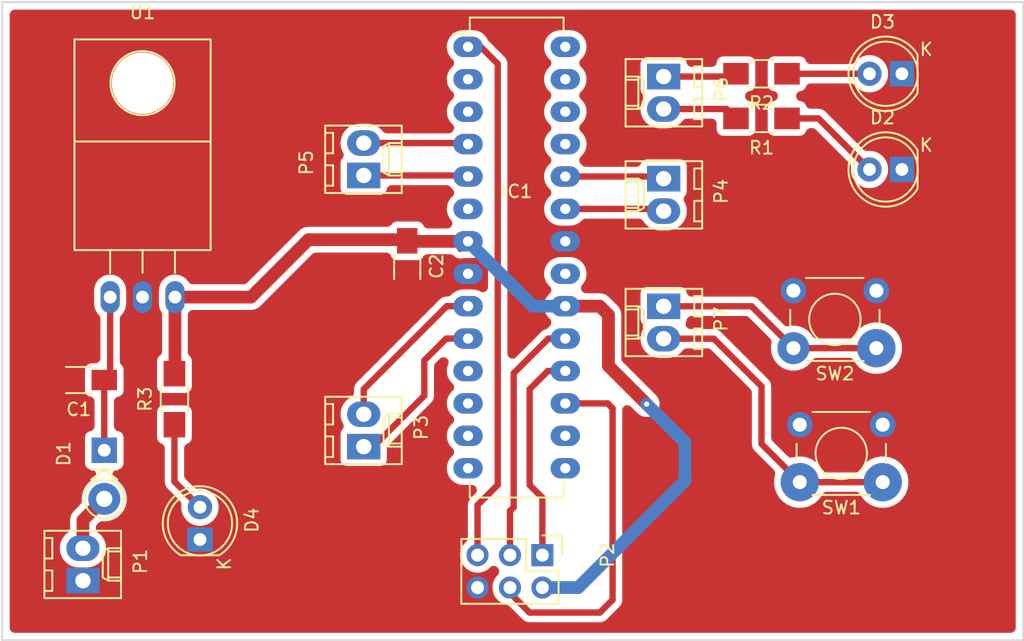
<source format=kicad_pcb>
(kicad_pcb (version 4) (host pcbnew 4.0.4-stable)

  (general
    (links 40)
    (no_connects 0)
    (area 104.924999 89.924999 185.075001 140.075001)
    (thickness 1.6)
    (drawings 13)
    (tracks 102)
    (zones 0)
    (modules 20)
    (nets 22)
  )

  (page A4)
  (layers
    (0 F.Cu signal)
    (31 B.Cu signal)
    (32 B.Adhes user)
    (33 F.Adhes user)
    (34 B.Paste user)
    (35 F.Paste user)
    (36 B.SilkS user)
    (37 F.SilkS user)
    (38 B.Mask user)
    (39 F.Mask user)
    (40 Dwgs.User user)
    (41 Cmts.User user)
    (42 Eco1.User user)
    (43 Eco2.User user)
    (44 Edge.Cuts user)
    (45 Margin user)
    (46 B.CrtYd user)
    (47 F.CrtYd user)
    (48 B.Fab user)
    (49 F.Fab user)
  )

  (setup
    (last_trace_width 0.5)
    (user_trace_width 0.5)
    (user_trace_width 1)
    (trace_clearance 0.2)
    (zone_clearance 0.508)
    (zone_45_only yes)
    (trace_min 0.2)
    (segment_width 0.2)
    (edge_width 0.15)
    (via_size 1.2)
    (via_drill 1)
    (via_min_size 0.4)
    (via_min_drill 0.3)
    (uvia_size 0.3)
    (uvia_drill 0.1)
    (uvias_allowed no)
    (uvia_min_size 0.2)
    (uvia_min_drill 0.1)
    (pcb_text_width 0.3)
    (pcb_text_size 1.5 1.5)
    (mod_edge_width 0.15)
    (mod_text_size 1 1)
    (mod_text_width 0.15)
    (pad_size 2.5 2.5)
    (pad_drill 1.1)
    (pad_to_mask_clearance 0.2)
    (aux_axis_origin 0 0)
    (visible_elements 7FFFFFFF)
    (pcbplotparams
      (layerselection 0x00000_00000001)
      (usegerberextensions false)
      (usegerberattributes true)
      (excludeedgelayer true)
      (linewidth 0.100000)
      (plotframeref false)
      (viasonmask false)
      (mode 1)
      (useauxorigin false)
      (hpglpennumber 1)
      (hpglpenspeed 20)
      (hpglpendiameter 15)
      (hpglpenoverlay 2)
      (psnegative false)
      (psa4output false)
      (plotreference true)
      (plotvalue true)
      (plotinvisibletext false)
      (padsonsilk false)
      (subtractmaskfromsilk false)
      (outputformat 1)
      (mirror false)
      (drillshape 0)
      (scaleselection 1)
      (outputdirectory ""))
  )

  (net 0 "")
  (net 1 VCC)
  (net 2 GND)
  (net 3 "Net-(D2-Pad2)")
  (net 4 "Net-(D3-Pad2)")
  (net 5 //RES)
  (net 6 /MOSI)
  (net 7 /MISO)
  (net 8 /SCK)
  (net 9 "Net-(P6-Pad1)")
  (net 10 "Net-(P6-Pad2)")
  (net 11 "Net-(P7-Pad1)")
  (net 12 "Net-(P7-Pad2)")
  (net 13 /PD0)
  (net 14 /PD1)
  (net 15 /PC0)
  (net 16 /PC1)
  (net 17 /PB0)
  (net 18 /PB1)
  (net 19 "Net-(D4-Pad2)")
  (net 20 "Net-(C1-Pad1)")
  (net 21 VDD)

  (net_class Default "This is the default net class."
    (clearance 0.2)
    (trace_width 0.5)
    (via_dia 1.2)
    (via_drill 1)
    (uvia_dia 0.3)
    (uvia_drill 0.1)
    (add_net //RES)
    (add_net /MISO)
    (add_net /MOSI)
    (add_net /PB0)
    (add_net /PB1)
    (add_net /PC0)
    (add_net /PC1)
    (add_net /PD0)
    (add_net /PD1)
    (add_net /SCK)
    (add_net GND)
    (add_net "Net-(C1-Pad1)")
    (add_net "Net-(D2-Pad2)")
    (add_net "Net-(D3-Pad2)")
    (add_net "Net-(D4-Pad2)")
    (add_net "Net-(P6-Pad1)")
    (add_net "Net-(P6-Pad2)")
    (add_net "Net-(P7-Pad1)")
    (add_net "Net-(P7-Pad2)")
  )

  (net_class ISP ""
    (clearance 0.2)
    (trace_width 0.5)
    (via_dia 0.6)
    (via_drill 0.4)
    (uvia_dia 0.3)
    (uvia_drill 0.1)
  )

  (net_class PWR ""
    (clearance 0.2)
    (trace_width 1)
    (via_dia 0.6)
    (via_drill 0.4)
    (uvia_dia 0.3)
    (uvia_drill 0.1)
    (add_net VCC)
    (add_net VDD)
  )

  (module TO_SOT_Packages_THT:TO-220_Neutral123_Horizontal (layer F.Cu) (tedit 0) (tstamp 5849A411)
    (at 115.995134 113.109131)
    (descr "TO-220, Neutral, Horizontal,")
    (tags "TO-220, Neutral, Horizontal,")
    (path /5849DFED)
    (fp_text reference U1 (at 0 -22.3012) (layer F.SilkS)
      (effects (font (size 1 1) (thickness 0.15)))
    )
    (fp_text value LM7805CT (at -0.29972 3.44932) (layer F.Fab)
      (effects (font (size 1 1) (thickness 0.15)))
    )
    (fp_circle (center 0 -16.764) (end 1.778 -14.986) (layer F.SilkS) (width 0.15))
    (fp_line (start -2.54 -3.683) (end -2.54 -1.905) (layer F.SilkS) (width 0.15))
    (fp_line (start 0 -3.683) (end 0 -1.905) (layer F.SilkS) (width 0.15))
    (fp_line (start 2.54 -3.683) (end 2.54 -1.905) (layer F.SilkS) (width 0.15))
    (fp_line (start 5.334 -12.192) (end 5.334 -20.193) (layer F.SilkS) (width 0.15))
    (fp_line (start 5.334 -20.193) (end -5.334 -20.193) (layer F.SilkS) (width 0.15))
    (fp_line (start -5.334 -20.193) (end -5.334 -12.192) (layer F.SilkS) (width 0.15))
    (fp_line (start 5.334 -3.683) (end 5.334 -12.192) (layer F.SilkS) (width 0.15))
    (fp_line (start 5.334 -12.192) (end -5.334 -12.192) (layer F.SilkS) (width 0.15))
    (fp_line (start -5.334 -12.192) (end -5.334 -3.683) (layer F.SilkS) (width 0.15))
    (fp_line (start 0 -3.683) (end -5.334 -3.683) (layer F.SilkS) (width 0.15))
    (fp_line (start 0 -3.683) (end 5.334 -3.683) (layer F.SilkS) (width 0.15))
    (pad 2 thru_hole oval (at 0 0 90) (size 2.49936 1.50114) (drill 1.00076) (layers *.Cu *.Mask)
      (net 2 GND))
    (pad 1 thru_hole oval (at -2.54 0 90) (size 2.49936 1.50114) (drill 1.00076) (layers *.Cu *.Mask)
      (net 20 "Net-(C1-Pad1)"))
    (pad 3 thru_hole oval (at 2.54 0 90) (size 2.49936 1.50114) (drill 1.00076) (layers *.Cu *.Mask)
      (net 21 VDD))
    (pad "" np_thru_hole circle (at 0 -16.764 90) (size 3.79984 3.79984) (drill 3.79984) (layers *.Cu *.Mask))
    (model TO_SOT_Packages_THT.3dshapes/TO-220_Neutral123_Horizontal.wrl
      (at (xyz 0 0 0))
      (scale (xyz 0.3937 0.3937 0.3937))
      (rotate (xyz 0 0 0))
    )
  )

  (module Diodes_ThroughHole:Diode_DO-41_SOD81_Vertical_KathodeUp (layer F.Cu) (tedit 5849A4A3) (tstamp 5838103A)
    (at 112.995134 125.109131 270)
    (descr "Diode, DO-41, SOD81, Vertica,l Anode Up,")
    (tags "Diode, DO-41, SOD81, Vertical, Anode Up, 1N4007, SB140,")
    (path /5849B7D4)
    (fp_text reference D1 (at 0.27178 3.175 270) (layer F.SilkS)
      (effects (font (size 1 1) (thickness 0.15)))
    )
    (fp_text value D_Schottky (at 2 2.5 270) (layer F.Fab)
      (effects (font (size 1 1) (thickness 0.15)))
    )
    (fp_circle (center 3.81 0) (end 2.413 0.635) (layer F.SilkS) (width 0.15))
    (fp_line (start 2.286 -1.016) (end 2.286 1.016) (layer F.SilkS) (width 0.15))
    (fp_line (start 1.524 0) (end 2.286 1.016) (layer F.SilkS) (width 0.15))
    (fp_line (start 2.286 -1.016) (end 1.524 0) (layer F.SilkS) (width 0.15))
    (fp_line (start 1.524 -1.016) (end 1.524 1.016) (layer F.SilkS) (width 0.15))
    (pad 2 thru_hole circle (at 3.81 0 90) (size 2.5 2.5) (drill 1.27) (layers *.Cu *.Mask)
      (net 1 VCC))
    (pad 1 thru_hole rect (at 0 0 90) (size 1.99898 1.99898) (drill 1.00076) (layers *.Cu *.Mask)
      (net 20 "Net-(C1-Pad1)"))
  )

  (module LEDs:LED-5MM (layer F.Cu) (tedit 5839E5AE) (tstamp 58381040)
    (at 175.495134 103.109131 180)
    (descr "LED 5mm round vertical")
    (tags "LED 5mm round vertical")
    (path /58381281)
    (fp_text reference D2 (at 1.524 4.064 180) (layer F.SilkS)
      (effects (font (size 1 1) (thickness 0.15)))
    )
    (fp_text value "LED 1" (at -3.5 0.5 270) (layer F.Fab)
      (effects (font (size 1 1) (thickness 0.15)))
    )
    (fp_line (start -1.5 -1.55) (end -1.5 1.55) (layer F.CrtYd) (width 0.05))
    (fp_arc (start 1.3 0) (end -1.5 1.55) (angle -302) (layer F.CrtYd) (width 0.05))
    (fp_arc (start 1.27 0) (end -1.23 -1.5) (angle 297.5) (layer F.SilkS) (width 0.15))
    (fp_line (start -1.23 1.5) (end -1.23 -1.5) (layer F.SilkS) (width 0.15))
    (fp_circle (center 1.27 0) (end 0.97 -2.5) (layer F.SilkS) (width 0.15))
    (fp_text user K (at -1.905 1.905 180) (layer F.SilkS)
      (effects (font (size 1 1) (thickness 0.15)))
    )
    (pad 1 thru_hole rect (at 0 0 270) (size 2 1.9) (drill 1.00076) (layers *.Cu *.Mask)
      (net 2 GND))
    (pad 2 thru_hole circle (at 2.54 0 180) (size 1.9 1.9) (drill 1.00076) (layers *.Cu *.Mask)
      (net 3 "Net-(D2-Pad2)"))
    (model LEDs.3dshapes/LED-5MM.wrl
      (at (xyz 0.05 0 0))
      (scale (xyz 1 1 1))
      (rotate (xyz 0 0 90))
    )
  )

  (module LEDs:LED-5MM (layer F.Cu) (tedit 5839E5AB) (tstamp 58381046)
    (at 175.495134 95.609131 180)
    (descr "LED 5mm round vertical")
    (tags "LED 5mm round vertical")
    (path /58381381)
    (fp_text reference D3 (at 1.524 4.064 180) (layer F.SilkS)
      (effects (font (size 1 1) (thickness 0.15)))
    )
    (fp_text value "LED 2" (at -3.5 0.5 270) (layer F.Fab)
      (effects (font (size 1 1) (thickness 0.15)))
    )
    (fp_line (start -1.5 -1.55) (end -1.5 1.55) (layer F.CrtYd) (width 0.05))
    (fp_arc (start 1.3 0) (end -1.5 1.55) (angle -302) (layer F.CrtYd) (width 0.05))
    (fp_arc (start 1.27 0) (end -1.23 -1.5) (angle 297.5) (layer F.SilkS) (width 0.15))
    (fp_line (start -1.23 1.5) (end -1.23 -1.5) (layer F.SilkS) (width 0.15))
    (fp_circle (center 1.27 0) (end 0.97 -2.5) (layer F.SilkS) (width 0.15))
    (fp_text user K (at -1.905 1.905 180) (layer F.SilkS)
      (effects (font (size 1 1) (thickness 0.15)))
    )
    (pad 1 thru_hole rect (at 0 0 270) (size 2 1.9) (drill 1.00076) (layers *.Cu *.Mask)
      (net 2 GND))
    (pad 2 thru_hole circle (at 2.54 0 180) (size 1.9 1.9) (drill 1.00076) (layers *.Cu *.Mask)
      (net 4 "Net-(D3-Pad2)"))
    (model LEDs.3dshapes/LED-5MM.wrl
      (at (xyz 0.05 0 0))
      (scale (xyz 1 1 1))
      (rotate (xyz 0 0 90))
    )
  )

  (module Housings_DIP:DIP-28_W7.62mm_LongPads (layer F.Cu) (tedit 5839E5F1) (tstamp 58381066)
    (at 141.5 93.5)
    (descr "28-lead dip package, row spacing 7.62 mm (300 mils), longer pads")
    (tags "dil dip 2.54 300")
    (path /58380B6C)
    (fp_text reference IC1 (at 3.825134 11.329131) (layer F.SilkS)
      (effects (font (size 1 1) (thickness 0.15)))
    )
    (fp_text value ATMEGA328-P (at -7.674866 -0.670869) (layer F.Fab)
      (effects (font (size 1 1) (thickness 0.15)))
    )
    (fp_line (start -1.4 -2.45) (end -1.4 35.5) (layer F.CrtYd) (width 0.05))
    (fp_line (start 9 -2.45) (end 9 35.5) (layer F.CrtYd) (width 0.05))
    (fp_line (start -1.4 -2.45) (end 9 -2.45) (layer F.CrtYd) (width 0.05))
    (fp_line (start -1.4 35.5) (end 9 35.5) (layer F.CrtYd) (width 0.05))
    (fp_line (start 0.135 -2.295) (end 0.135 -1.025) (layer F.SilkS) (width 0.15))
    (fp_line (start 7.485 -2.295) (end 7.485 -1.025) (layer F.SilkS) (width 0.15))
    (fp_line (start 7.485 35.315) (end 7.485 34.045) (layer F.SilkS) (width 0.15))
    (fp_line (start 0.135 35.315) (end 0.135 34.045) (layer F.SilkS) (width 0.15))
    (fp_line (start 0.135 -2.295) (end 7.485 -2.295) (layer F.SilkS) (width 0.15))
    (fp_line (start 0.135 35.315) (end 7.485 35.315) (layer F.SilkS) (width 0.15))
    (fp_line (start 0.135 -1.025) (end -1.15 -1.025) (layer F.SilkS) (width 0.15))
    (pad 1 thru_hole oval (at 0 0) (size 2.3 1.6) (drill 0.8) (layers *.Cu *.Mask)
      (net 5 //RES))
    (pad 2 thru_hole oval (at 0 2.54) (size 2.3 1.6) (drill 0.8) (layers *.Cu *.Mask))
    (pad 3 thru_hole oval (at 0 5.08) (size 2.3 1.6) (drill 0.8) (layers *.Cu *.Mask))
    (pad 4 thru_hole oval (at 0 7.62) (size 2.3 1.6) (drill 0.8) (layers *.Cu *.Mask)
      (net 14 /PD1))
    (pad 5 thru_hole oval (at 0 10.16) (size 2.3 1.6) (drill 0.8) (layers *.Cu *.Mask)
      (net 13 /PD0))
    (pad 6 thru_hole oval (at 0 12.7) (size 2.3 1.6) (drill 0.8) (layers *.Cu *.Mask))
    (pad 7 thru_hole oval (at 0 15.24) (size 2.3 1.6) (drill 0.8) (layers *.Cu *.Mask)
      (net 21 VDD))
    (pad 8 thru_hole oval (at 0 17.78) (size 2.3 1.6) (drill 0.8) (layers *.Cu *.Mask)
      (net 2 GND))
    (pad 9 thru_hole oval (at 0 20.32) (size 2.3 1.6) (drill 0.8) (layers *.Cu *.Mask)
      (net 17 /PB0))
    (pad 10 thru_hole oval (at 0 22.86) (size 2.3 1.6) (drill 0.8) (layers *.Cu *.Mask)
      (net 18 /PB1))
    (pad 11 thru_hole oval (at 0 25.4) (size 2.3 1.6) (drill 0.8) (layers *.Cu *.Mask))
    (pad 12 thru_hole oval (at 0 27.94) (size 2.3 1.6) (drill 0.8) (layers *.Cu *.Mask))
    (pad 13 thru_hole oval (at 0 30.48) (size 2.3 1.6) (drill 0.8) (layers *.Cu *.Mask))
    (pad 14 thru_hole oval (at 0 33.02) (size 2.3 1.6) (drill 0.8) (layers *.Cu *.Mask))
    (pad 15 thru_hole oval (at 7.62 33.02) (size 2.3 1.6) (drill 0.8) (layers *.Cu *.Mask))
    (pad 16 thru_hole oval (at 7.62 30.48) (size 2.3 1.6) (drill 0.8) (layers *.Cu *.Mask))
    (pad 17 thru_hole oval (at 7.62 27.94) (size 2.3 1.6) (drill 0.8) (layers *.Cu *.Mask)
      (net 6 /MOSI))
    (pad 18 thru_hole oval (at 7.62 25.4) (size 2.3 1.6) (drill 0.8) (layers *.Cu *.Mask)
      (net 7 /MISO))
    (pad 19 thru_hole oval (at 7.62 22.86) (size 2.3 1.6) (drill 0.8) (layers *.Cu *.Mask)
      (net 8 /SCK))
    (pad 20 thru_hole oval (at 7.62 20.32) (size 2.3 1.6) (drill 0.8) (layers *.Cu *.Mask)
      (net 21 VDD))
    (pad 21 thru_hole oval (at 7.62 17.78) (size 2.3 1.6) (drill 0.8) (layers *.Cu *.Mask))
    (pad 22 thru_hole oval (at 7.62 15.24) (size 2.3 1.6) (drill 0.8) (layers *.Cu *.Mask)
      (net 2 GND))
    (pad 23 thru_hole oval (at 7.62 12.7) (size 2.3 1.6) (drill 0.8) (layers *.Cu *.Mask)
      (net 15 /PC0))
    (pad 24 thru_hole oval (at 7.62 10.16) (size 2.3 1.6) (drill 0.8) (layers *.Cu *.Mask)
      (net 16 /PC1))
    (pad 25 thru_hole oval (at 7.62 7.62) (size 2.3 1.6) (drill 0.8) (layers *.Cu *.Mask))
    (pad 26 thru_hole oval (at 7.62 5.08) (size 2.3 1.6) (drill 0.8) (layers *.Cu *.Mask))
    (pad 27 thru_hole oval (at 7.62 2.54) (size 2.3 1.6) (drill 0.8) (layers *.Cu *.Mask))
    (pad 28 thru_hole oval (at 7.62 0) (size 2.3 1.6) (drill 0.8) (layers *.Cu *.Mask))
    (model Housings_DIP.3dshapes/DIP-28_W7.62mm_LongPads.wrl
      (at (xyz 0 0 0))
      (scale (xyz 1 1 1))
      (rotate (xyz 0 0 0))
    )
  )

  (module Connectors_Molex:Molex_KK-6410-02_02x2.54mm_Straight (layer F.Cu) (tedit 5849A497) (tstamp 5838106C)
    (at 111.325134 135.329131 90)
    (descr "Connector Headers with Friction Lock, 22-27-2021, http://www.molex.com/pdm_docs/sd/022272021_sd.pdf")
    (tags "connector molex kk_6410 22-27-2021")
    (path /5849BA27)
    (fp_text reference P1 (at 1.5 4.5 270) (layer F.SilkS)
      (effects (font (size 1 1) (thickness 0.15)))
    )
    (fp_text value CONN_01X02 (at 1 -4.5 90) (layer F.Fab)
      (effects (font (size 1 1) (thickness 0.15)))
    )
    (fp_line (start -1.37 -3.02) (end -1.37 2.98) (layer F.SilkS) (width 0.15))
    (fp_line (start -1.37 2.98) (end 3.91 2.98) (layer F.SilkS) (width 0.15))
    (fp_line (start 3.91 2.98) (end 3.91 -3.02) (layer F.SilkS) (width 0.15))
    (fp_line (start 3.91 -3.02) (end -1.37 -3.02) (layer F.SilkS) (width 0.15))
    (fp_line (start 0 2.98) (end 0 1.98) (layer F.SilkS) (width 0.15))
    (fp_line (start 0 1.98) (end 2.54 1.98) (layer F.SilkS) (width 0.15))
    (fp_line (start 2.54 1.98) (end 2.54 2.98) (layer F.SilkS) (width 0.15))
    (fp_line (start 0 1.98) (end 0.25 1.55) (layer F.SilkS) (width 0.15))
    (fp_line (start 0.25 1.55) (end 2.29 1.55) (layer F.SilkS) (width 0.15))
    (fp_line (start 2.29 1.55) (end 2.54 1.98) (layer F.SilkS) (width 0.15))
    (fp_line (start 0.25 2.98) (end 0.25 1.98) (layer F.SilkS) (width 0.15))
    (fp_line (start 2.29 2.98) (end 2.29 1.98) (layer F.SilkS) (width 0.15))
    (fp_line (start -0.8 -3.02) (end -0.8 -2.4) (layer F.SilkS) (width 0.15))
    (fp_line (start -0.8 -2.4) (end 0.8 -2.4) (layer F.SilkS) (width 0.15))
    (fp_line (start 0.8 -2.4) (end 0.8 -3.02) (layer F.SilkS) (width 0.15))
    (fp_line (start 1.74 -3.02) (end 1.74 -2.4) (layer F.SilkS) (width 0.15))
    (fp_line (start 1.74 -2.4) (end 3.34 -2.4) (layer F.SilkS) (width 0.15))
    (fp_line (start 3.34 -2.4) (end 3.34 -3.02) (layer F.SilkS) (width 0.15))
    (fp_line (start -1.9 3.5) (end -1.9 -3.55) (layer F.CrtYd) (width 0.05))
    (fp_line (start -1.9 -3.55) (end 4.45 -3.55) (layer F.CrtYd) (width 0.05))
    (fp_line (start 4.45 -3.55) (end 4.45 3.5) (layer F.CrtYd) (width 0.05))
    (fp_line (start 4.45 3.5) (end -1.9 3.5) (layer F.CrtYd) (width 0.05))
    (pad 1 thru_hole rect (at 0 0 90) (size 2 2.6) (drill 1.2) (layers *.Cu *.Mask)
      (net 2 GND))
    (pad 2 thru_hole oval (at 2.54 0 90) (size 2 2.6) (drill 1.2) (layers *.Cu *.Mask)
      (net 1 VCC))
  )

  (module Pin_Headers:Pin_Header_Straight_2x03 (layer F.Cu) (tedit 5839E304) (tstamp 58381076)
    (at 147.325134 133.329131 270)
    (descr "Through hole pin header")
    (tags "pin header")
    (path /58380BA8)
    (fp_text reference P2 (at 0 -5.1 270) (layer F.SilkS)
      (effects (font (size 1 1) (thickness 0.15)))
    )
    (fp_text value ISP (at -3 3 360) (layer F.Fab)
      (effects (font (size 1 1) (thickness 0.15)))
    )
    (fp_line (start -1.27 1.27) (end -1.27 6.35) (layer F.SilkS) (width 0.15))
    (fp_line (start -1.55 -1.55) (end 0 -1.55) (layer F.SilkS) (width 0.15))
    (fp_line (start -1.75 -1.75) (end -1.75 6.85) (layer F.CrtYd) (width 0.05))
    (fp_line (start 4.3 -1.75) (end 4.3 6.85) (layer F.CrtYd) (width 0.05))
    (fp_line (start -1.75 -1.75) (end 4.3 -1.75) (layer F.CrtYd) (width 0.05))
    (fp_line (start -1.75 6.85) (end 4.3 6.85) (layer F.CrtYd) (width 0.05))
    (fp_line (start 1.27 -1.27) (end 1.27 1.27) (layer F.SilkS) (width 0.15))
    (fp_line (start 1.27 1.27) (end -1.27 1.27) (layer F.SilkS) (width 0.15))
    (fp_line (start -1.27 6.35) (end 3.81 6.35) (layer F.SilkS) (width 0.15))
    (fp_line (start 3.81 6.35) (end 3.81 1.27) (layer F.SilkS) (width 0.15))
    (fp_line (start -1.55 -1.55) (end -1.55 0) (layer F.SilkS) (width 0.15))
    (fp_line (start 3.81 -1.27) (end 1.27 -1.27) (layer F.SilkS) (width 0.15))
    (fp_line (start 3.81 1.27) (end 3.81 -1.27) (layer F.SilkS) (width 0.15))
    (pad 1 thru_hole rect (at 0 0 270) (size 1.7272 1.7272) (drill 1.016) (layers *.Cu *.Mask)
      (net 7 /MISO))
    (pad 2 thru_hole oval (at 2.54 0 270) (size 1.7272 1.7272) (drill 1.016) (layers *.Cu *.Mask)
      (net 21 VDD))
    (pad 3 thru_hole oval (at 0 2.54 270) (size 1.7272 1.7272) (drill 1.016) (layers *.Cu *.Mask)
      (net 8 /SCK))
    (pad 4 thru_hole oval (at 2.54 2.54 270) (size 1.7272 1.7272) (drill 1.016) (layers *.Cu *.Mask)
      (net 6 /MOSI))
    (pad 5 thru_hole oval (at 0 5.08 270) (size 1.7272 1.7272) (drill 1.016) (layers *.Cu *.Mask)
      (net 5 //RES))
    (pad 6 thru_hole oval (at 2.54 5.08 270) (size 1.7272 1.7272) (drill 1.016) (layers *.Cu *.Mask)
      (net 2 GND))
    (model Pin_Headers.3dshapes/Pin_Header_Straight_2x03.wrl
      (at (xyz 0.05 -0.1 0))
      (scale (xyz 1 1 1))
      (rotate (xyz 0 0 90))
    )
  )

  (module Connectors_Molex:Molex_KK-6410-02_02x2.54mm_Straight (layer F.Cu) (tedit 583AA8C7) (tstamp 5838107C)
    (at 133.325134 124.829131 90)
    (descr "Connector Headers with Friction Lock, 22-27-2021, http://www.molex.com/pdm_docs/sd/022272021_sd.pdf")
    (tags "connector molex kk_6410 22-27-2021")
    (path /58380EA5)
    (fp_text reference P3 (at 1.5 4.5 270) (layer F.SilkS)
      (effects (font (size 1 1) (thickness 0.15)))
    )
    (fp_text value PB (at 1.25 -5.25 270) (layer F.Fab)
      (effects (font (size 1 1) (thickness 0.15)))
    )
    (fp_line (start -1.37 -3.02) (end -1.37 2.98) (layer F.SilkS) (width 0.15))
    (fp_line (start -1.37 2.98) (end 3.91 2.98) (layer F.SilkS) (width 0.15))
    (fp_line (start 3.91 2.98) (end 3.91 -3.02) (layer F.SilkS) (width 0.15))
    (fp_line (start 3.91 -3.02) (end -1.37 -3.02) (layer F.SilkS) (width 0.15))
    (fp_line (start 0 2.98) (end 0 1.98) (layer F.SilkS) (width 0.15))
    (fp_line (start 0 1.98) (end 2.54 1.98) (layer F.SilkS) (width 0.15))
    (fp_line (start 2.54 1.98) (end 2.54 2.98) (layer F.SilkS) (width 0.15))
    (fp_line (start 0 1.98) (end 0.25 1.55) (layer F.SilkS) (width 0.15))
    (fp_line (start 0.25 1.55) (end 2.29 1.55) (layer F.SilkS) (width 0.15))
    (fp_line (start 2.29 1.55) (end 2.54 1.98) (layer F.SilkS) (width 0.15))
    (fp_line (start 0.25 2.98) (end 0.25 1.98) (layer F.SilkS) (width 0.15))
    (fp_line (start 2.29 2.98) (end 2.29 1.98) (layer F.SilkS) (width 0.15))
    (fp_line (start -0.8 -3.02) (end -0.8 -2.4) (layer F.SilkS) (width 0.15))
    (fp_line (start -0.8 -2.4) (end 0.8 -2.4) (layer F.SilkS) (width 0.15))
    (fp_line (start 0.8 -2.4) (end 0.8 -3.02) (layer F.SilkS) (width 0.15))
    (fp_line (start 1.74 -3.02) (end 1.74 -2.4) (layer F.SilkS) (width 0.15))
    (fp_line (start 1.74 -2.4) (end 3.34 -2.4) (layer F.SilkS) (width 0.15))
    (fp_line (start 3.34 -2.4) (end 3.34 -3.02) (layer F.SilkS) (width 0.15))
    (fp_line (start -1.9 3.5) (end -1.9 -3.55) (layer F.CrtYd) (width 0.05))
    (fp_line (start -1.9 -3.55) (end 4.45 -3.55) (layer F.CrtYd) (width 0.05))
    (fp_line (start 4.45 -3.55) (end 4.45 3.5) (layer F.CrtYd) (width 0.05))
    (fp_line (start 4.45 3.5) (end -1.9 3.5) (layer F.CrtYd) (width 0.05))
    (pad 1 thru_hole rect (at 0 0 90) (size 2 2.6) (drill 1.2) (layers *.Cu *.Mask)
      (net 18 /PB1))
    (pad 2 thru_hole oval (at 2.54 0 90) (size 2 2.6) (drill 1.2) (layers *.Cu *.Mask)
      (net 17 /PB0))
  )

  (module Connectors_Molex:Molex_KK-6410-02_02x2.54mm_Straight (layer F.Cu) (tedit 583AA981) (tstamp 58381082)
    (at 156.825134 103.829131 270)
    (descr "Connector Headers with Friction Lock, 22-27-2021, http://www.molex.com/pdm_docs/sd/022272021_sd.pdf")
    (tags "connector molex kk_6410 22-27-2021")
    (path /58380F01)
    (fp_text reference P4 (at 1 -4.5 270) (layer F.SilkS)
      (effects (font (size 1 1) (thickness 0.15)))
    )
    (fp_text value PC (at 1 -6 270) (layer F.Fab)
      (effects (font (size 1 1) (thickness 0.15)))
    )
    (fp_line (start -1.37 -3.02) (end -1.37 2.98) (layer F.SilkS) (width 0.15))
    (fp_line (start -1.37 2.98) (end 3.91 2.98) (layer F.SilkS) (width 0.15))
    (fp_line (start 3.91 2.98) (end 3.91 -3.02) (layer F.SilkS) (width 0.15))
    (fp_line (start 3.91 -3.02) (end -1.37 -3.02) (layer F.SilkS) (width 0.15))
    (fp_line (start 0 2.98) (end 0 1.98) (layer F.SilkS) (width 0.15))
    (fp_line (start 0 1.98) (end 2.54 1.98) (layer F.SilkS) (width 0.15))
    (fp_line (start 2.54 1.98) (end 2.54 2.98) (layer F.SilkS) (width 0.15))
    (fp_line (start 0 1.98) (end 0.25 1.55) (layer F.SilkS) (width 0.15))
    (fp_line (start 0.25 1.55) (end 2.29 1.55) (layer F.SilkS) (width 0.15))
    (fp_line (start 2.29 1.55) (end 2.54 1.98) (layer F.SilkS) (width 0.15))
    (fp_line (start 0.25 2.98) (end 0.25 1.98) (layer F.SilkS) (width 0.15))
    (fp_line (start 2.29 2.98) (end 2.29 1.98) (layer F.SilkS) (width 0.15))
    (fp_line (start -0.8 -3.02) (end -0.8 -2.4) (layer F.SilkS) (width 0.15))
    (fp_line (start -0.8 -2.4) (end 0.8 -2.4) (layer F.SilkS) (width 0.15))
    (fp_line (start 0.8 -2.4) (end 0.8 -3.02) (layer F.SilkS) (width 0.15))
    (fp_line (start 1.74 -3.02) (end 1.74 -2.4) (layer F.SilkS) (width 0.15))
    (fp_line (start 1.74 -2.4) (end 3.34 -2.4) (layer F.SilkS) (width 0.15))
    (fp_line (start 3.34 -2.4) (end 3.34 -3.02) (layer F.SilkS) (width 0.15))
    (fp_line (start -1.9 3.5) (end -1.9 -3.55) (layer F.CrtYd) (width 0.05))
    (fp_line (start -1.9 -3.55) (end 4.45 -3.55) (layer F.CrtYd) (width 0.05))
    (fp_line (start 4.45 -3.55) (end 4.45 3.5) (layer F.CrtYd) (width 0.05))
    (fp_line (start 4.45 3.5) (end -1.9 3.5) (layer F.CrtYd) (width 0.05))
    (pad 1 thru_hole rect (at 0 0 270) (size 2 2.6) (drill 1.2) (layers *.Cu *.Mask)
      (net 16 /PC1))
    (pad 2 thru_hole oval (at 2.54 0 270) (size 2 2.6) (drill 1.2) (layers *.Cu *.Mask)
      (net 15 /PC0))
  )

  (module Connectors_Molex:Molex_KK-6410-02_02x2.54mm_Straight (layer F.Cu) (tedit 5839E542) (tstamp 58381088)
    (at 133.325134 103.579131 90)
    (descr "Connector Headers with Friction Lock, 22-27-2021, http://www.molex.com/pdm_docs/sd/022272021_sd.pdf")
    (tags "connector molex kk_6410 22-27-2021")
    (path /58380F2D)
    (fp_text reference P5 (at 1 -4.5 90) (layer F.SilkS)
      (effects (font (size 1 1) (thickness 0.15)))
    )
    (fp_text value PD (at 1 5 270) (layer F.Fab)
      (effects (font (size 1 1) (thickness 0.15)))
    )
    (fp_line (start -1.37 -3.02) (end -1.37 2.98) (layer F.SilkS) (width 0.15))
    (fp_line (start -1.37 2.98) (end 3.91 2.98) (layer F.SilkS) (width 0.15))
    (fp_line (start 3.91 2.98) (end 3.91 -3.02) (layer F.SilkS) (width 0.15))
    (fp_line (start 3.91 -3.02) (end -1.37 -3.02) (layer F.SilkS) (width 0.15))
    (fp_line (start 0 2.98) (end 0 1.98) (layer F.SilkS) (width 0.15))
    (fp_line (start 0 1.98) (end 2.54 1.98) (layer F.SilkS) (width 0.15))
    (fp_line (start 2.54 1.98) (end 2.54 2.98) (layer F.SilkS) (width 0.15))
    (fp_line (start 0 1.98) (end 0.25 1.55) (layer F.SilkS) (width 0.15))
    (fp_line (start 0.25 1.55) (end 2.29 1.55) (layer F.SilkS) (width 0.15))
    (fp_line (start 2.29 1.55) (end 2.54 1.98) (layer F.SilkS) (width 0.15))
    (fp_line (start 0.25 2.98) (end 0.25 1.98) (layer F.SilkS) (width 0.15))
    (fp_line (start 2.29 2.98) (end 2.29 1.98) (layer F.SilkS) (width 0.15))
    (fp_line (start -0.8 -3.02) (end -0.8 -2.4) (layer F.SilkS) (width 0.15))
    (fp_line (start -0.8 -2.4) (end 0.8 -2.4) (layer F.SilkS) (width 0.15))
    (fp_line (start 0.8 -2.4) (end 0.8 -3.02) (layer F.SilkS) (width 0.15))
    (fp_line (start 1.74 -3.02) (end 1.74 -2.4) (layer F.SilkS) (width 0.15))
    (fp_line (start 1.74 -2.4) (end 3.34 -2.4) (layer F.SilkS) (width 0.15))
    (fp_line (start 3.34 -2.4) (end 3.34 -3.02) (layer F.SilkS) (width 0.15))
    (fp_line (start -1.9 3.5) (end -1.9 -3.55) (layer F.CrtYd) (width 0.05))
    (fp_line (start -1.9 -3.55) (end 4.45 -3.55) (layer F.CrtYd) (width 0.05))
    (fp_line (start 4.45 -3.55) (end 4.45 3.5) (layer F.CrtYd) (width 0.05))
    (fp_line (start 4.45 3.5) (end -1.9 3.5) (layer F.CrtYd) (width 0.05))
    (pad 1 thru_hole rect (at 0 0 90) (size 2 2.6) (drill 1.2) (layers *.Cu *.Mask)
      (net 13 /PD0))
    (pad 2 thru_hole oval (at 2.54 0 90) (size 2 2.6) (drill 1.2) (layers *.Cu *.Mask)
      (net 14 /PD1))
  )

  (module Connectors_Molex:Molex_KK-6410-02_02x2.54mm_Straight (layer F.Cu) (tedit 56C6219C) (tstamp 5838108E)
    (at 156.825134 95.829131 270)
    (descr "Connector Headers with Friction Lock, 22-27-2021, http://www.molex.com/pdm_docs/sd/022272021_sd.pdf")
    (tags "connector molex kk_6410 22-27-2021")
    (path /583811FE)
    (fp_text reference P6 (at 1 -4.5 270) (layer F.SilkS)
      (effects (font (size 1 1) (thickness 0.15)))
    )
    (fp_text value "LED OUT" (at 1.27 4.5 270) (layer F.Fab)
      (effects (font (size 1 1) (thickness 0.15)))
    )
    (fp_line (start -1.37 -3.02) (end -1.37 2.98) (layer F.SilkS) (width 0.15))
    (fp_line (start -1.37 2.98) (end 3.91 2.98) (layer F.SilkS) (width 0.15))
    (fp_line (start 3.91 2.98) (end 3.91 -3.02) (layer F.SilkS) (width 0.15))
    (fp_line (start 3.91 -3.02) (end -1.37 -3.02) (layer F.SilkS) (width 0.15))
    (fp_line (start 0 2.98) (end 0 1.98) (layer F.SilkS) (width 0.15))
    (fp_line (start 0 1.98) (end 2.54 1.98) (layer F.SilkS) (width 0.15))
    (fp_line (start 2.54 1.98) (end 2.54 2.98) (layer F.SilkS) (width 0.15))
    (fp_line (start 0 1.98) (end 0.25 1.55) (layer F.SilkS) (width 0.15))
    (fp_line (start 0.25 1.55) (end 2.29 1.55) (layer F.SilkS) (width 0.15))
    (fp_line (start 2.29 1.55) (end 2.54 1.98) (layer F.SilkS) (width 0.15))
    (fp_line (start 0.25 2.98) (end 0.25 1.98) (layer F.SilkS) (width 0.15))
    (fp_line (start 2.29 2.98) (end 2.29 1.98) (layer F.SilkS) (width 0.15))
    (fp_line (start -0.8 -3.02) (end -0.8 -2.4) (layer F.SilkS) (width 0.15))
    (fp_line (start -0.8 -2.4) (end 0.8 -2.4) (layer F.SilkS) (width 0.15))
    (fp_line (start 0.8 -2.4) (end 0.8 -3.02) (layer F.SilkS) (width 0.15))
    (fp_line (start 1.74 -3.02) (end 1.74 -2.4) (layer F.SilkS) (width 0.15))
    (fp_line (start 1.74 -2.4) (end 3.34 -2.4) (layer F.SilkS) (width 0.15))
    (fp_line (start 3.34 -2.4) (end 3.34 -3.02) (layer F.SilkS) (width 0.15))
    (fp_line (start -1.9 3.5) (end -1.9 -3.55) (layer F.CrtYd) (width 0.05))
    (fp_line (start -1.9 -3.55) (end 4.45 -3.55) (layer F.CrtYd) (width 0.05))
    (fp_line (start 4.45 -3.55) (end 4.45 3.5) (layer F.CrtYd) (width 0.05))
    (fp_line (start 4.45 3.5) (end -1.9 3.5) (layer F.CrtYd) (width 0.05))
    (pad 1 thru_hole rect (at 0 0 270) (size 2 2.6) (drill 1.2) (layers *.Cu *.Mask)
      (net 9 "Net-(P6-Pad1)"))
    (pad 2 thru_hole oval (at 2.54 0 270) (size 2 2.6) (drill 1.2) (layers *.Cu *.Mask)
      (net 10 "Net-(P6-Pad2)"))
  )

  (module Connectors_Molex:Molex_KK-6410-02_02x2.54mm_Straight (layer F.Cu) (tedit 56C6219C) (tstamp 58381094)
    (at 156.825134 113.829131 270)
    (descr "Connector Headers with Friction Lock, 22-27-2021, http://www.molex.com/pdm_docs/sd/022272021_sd.pdf")
    (tags "connector molex kk_6410 22-27-2021")
    (path /58381249)
    (fp_text reference P7 (at 1 -4.5 270) (layer F.SilkS)
      (effects (font (size 1 1) (thickness 0.15)))
    )
    (fp_text value "BUTTON OUT" (at 1.27 4.5 270) (layer F.Fab)
      (effects (font (size 1 1) (thickness 0.15)))
    )
    (fp_line (start -1.37 -3.02) (end -1.37 2.98) (layer F.SilkS) (width 0.15))
    (fp_line (start -1.37 2.98) (end 3.91 2.98) (layer F.SilkS) (width 0.15))
    (fp_line (start 3.91 2.98) (end 3.91 -3.02) (layer F.SilkS) (width 0.15))
    (fp_line (start 3.91 -3.02) (end -1.37 -3.02) (layer F.SilkS) (width 0.15))
    (fp_line (start 0 2.98) (end 0 1.98) (layer F.SilkS) (width 0.15))
    (fp_line (start 0 1.98) (end 2.54 1.98) (layer F.SilkS) (width 0.15))
    (fp_line (start 2.54 1.98) (end 2.54 2.98) (layer F.SilkS) (width 0.15))
    (fp_line (start 0 1.98) (end 0.25 1.55) (layer F.SilkS) (width 0.15))
    (fp_line (start 0.25 1.55) (end 2.29 1.55) (layer F.SilkS) (width 0.15))
    (fp_line (start 2.29 1.55) (end 2.54 1.98) (layer F.SilkS) (width 0.15))
    (fp_line (start 0.25 2.98) (end 0.25 1.98) (layer F.SilkS) (width 0.15))
    (fp_line (start 2.29 2.98) (end 2.29 1.98) (layer F.SilkS) (width 0.15))
    (fp_line (start -0.8 -3.02) (end -0.8 -2.4) (layer F.SilkS) (width 0.15))
    (fp_line (start -0.8 -2.4) (end 0.8 -2.4) (layer F.SilkS) (width 0.15))
    (fp_line (start 0.8 -2.4) (end 0.8 -3.02) (layer F.SilkS) (width 0.15))
    (fp_line (start 1.74 -3.02) (end 1.74 -2.4) (layer F.SilkS) (width 0.15))
    (fp_line (start 1.74 -2.4) (end 3.34 -2.4) (layer F.SilkS) (width 0.15))
    (fp_line (start 3.34 -2.4) (end 3.34 -3.02) (layer F.SilkS) (width 0.15))
    (fp_line (start -1.9 3.5) (end -1.9 -3.55) (layer F.CrtYd) (width 0.05))
    (fp_line (start -1.9 -3.55) (end 4.45 -3.55) (layer F.CrtYd) (width 0.05))
    (fp_line (start 4.45 -3.55) (end 4.45 3.5) (layer F.CrtYd) (width 0.05))
    (fp_line (start 4.45 3.5) (end -1.9 3.5) (layer F.CrtYd) (width 0.05))
    (pad 1 thru_hole rect (at 0 0 270) (size 2 2.6) (drill 1.2) (layers *.Cu *.Mask)
      (net 11 "Net-(P7-Pad1)"))
    (pad 2 thru_hole oval (at 2.54 0 270) (size 2 2.6) (drill 1.2) (layers *.Cu *.Mask)
      (net 12 "Net-(P7-Pad2)"))
  )

  (module Buttons_Switches_ThroughHole:SW_PUSH_6mm (layer F.Cu) (tedit 583818FA) (tstamp 583810A8)
    (at 173.995134 127.609131 180)
    (descr https://www.omron.com/ecb/products/pdf/en-b3f.pdf)
    (tags "tact sw push 6mm")
    (path /583815D1)
    (fp_text reference SW1 (at 3.25 -2 180) (layer F.SilkS)
      (effects (font (size 1 1) (thickness 0.15)))
    )
    (fp_text value "PUSH 1" (at 3.75 6.7 180) (layer F.Fab)
      (effects (font (size 1 1) (thickness 0.15)))
    )
    (fp_line (start 3.25 -0.75) (end 6.25 -0.75) (layer F.Fab) (width 0.15))
    (fp_line (start 6.25 -0.75) (end 6.25 5.25) (layer F.Fab) (width 0.15))
    (fp_line (start 6.25 5.25) (end 0.25 5.25) (layer F.Fab) (width 0.15))
    (fp_line (start 0.25 5.25) (end 0.25 -0.75) (layer F.Fab) (width 0.15))
    (fp_line (start 0.25 -0.75) (end 3.25 -0.75) (layer F.Fab) (width 0.15))
    (fp_line (start 7.75 6) (end 8 6) (layer F.CrtYd) (width 0.05))
    (fp_line (start 8 6) (end 8 5.75) (layer F.CrtYd) (width 0.05))
    (fp_line (start 7.75 -1.5) (end 8 -1.5) (layer F.CrtYd) (width 0.05))
    (fp_line (start 8 -1.5) (end 8 -1.25) (layer F.CrtYd) (width 0.05))
    (fp_line (start -1.5 -1.25) (end -1.5 -1.5) (layer F.CrtYd) (width 0.05))
    (fp_line (start -1.5 -1.5) (end -1.25 -1.5) (layer F.CrtYd) (width 0.05))
    (fp_line (start -1.5 5.75) (end -1.5 6) (layer F.CrtYd) (width 0.05))
    (fp_line (start -1.5 6) (end -1.25 6) (layer F.CrtYd) (width 0.05))
    (fp_circle (center 3.25 2.25) (end 1.25 2.5) (layer F.SilkS) (width 0.15))
    (fp_line (start -1.25 -1.5) (end 7.75 -1.5) (layer F.CrtYd) (width 0.05))
    (fp_line (start -1.5 5.75) (end -1.5 -1.25) (layer F.CrtYd) (width 0.05))
    (fp_line (start 7.75 6) (end -1.25 6) (layer F.CrtYd) (width 0.05))
    (fp_line (start 8 -1.25) (end 8 5.75) (layer F.CrtYd) (width 0.05))
    (fp_line (start 1 5.5) (end 5.5 5.5) (layer F.SilkS) (width 0.15))
    (fp_line (start -0.25 1.5) (end -0.25 3) (layer F.SilkS) (width 0.15))
    (fp_line (start 5.5 -1) (end 1 -1) (layer F.SilkS) (width 0.15))
    (fp_line (start 6.75 3) (end 6.75 1.5) (layer F.SilkS) (width 0.15))
    (pad 2 thru_hole circle (at 0 4.5 270) (size 2 2) (drill 1.1) (layers *.Cu *.Mask)
      (net 2 GND))
    (pad 1 thru_hole circle (at 0 0 270) (size 3 3) (drill 1.1) (layers *.Cu *.Mask)
      (net 12 "Net-(P7-Pad2)"))
    (pad 2 thru_hole circle (at 6.5 4.5 270) (size 2 2) (drill 1.1) (layers *.Cu *.Mask)
      (net 2 GND))
    (pad 1 thru_hole circle (at 6.5 0 270) (size 3 3) (drill 1.1) (layers *.Cu *.Mask)
      (net 12 "Net-(P7-Pad2)"))
  )

  (module Buttons_Switches_ThroughHole:SW_PUSH_6mm (layer F.Cu) (tedit 5839DF04) (tstamp 583810B0)
    (at 173.495134 117.109131 180)
    (descr https://www.omron.com/ecb/products/pdf/en-b3f.pdf)
    (tags "tact sw push 6mm")
    (path /5838163D)
    (fp_text reference SW2 (at 3.25 -2 180) (layer F.SilkS)
      (effects (font (size 1 1) (thickness 0.15)))
    )
    (fp_text value "PUSH 2" (at 3.75 6.7 180) (layer F.Fab)
      (effects (font (size 1 1) (thickness 0.15)))
    )
    (fp_line (start 3.25 -0.75) (end 6.25 -0.75) (layer F.Fab) (width 0.15))
    (fp_line (start 6.25 -0.75) (end 6.25 5.25) (layer F.Fab) (width 0.15))
    (fp_line (start 6.25 5.25) (end 0.25 5.25) (layer F.Fab) (width 0.15))
    (fp_line (start 0.25 5.25) (end 0.25 -0.75) (layer F.Fab) (width 0.15))
    (fp_line (start 0.25 -0.75) (end 3.25 -0.75) (layer F.Fab) (width 0.15))
    (fp_line (start 7.75 6) (end 8 6) (layer F.CrtYd) (width 0.05))
    (fp_line (start 8 6) (end 8 5.75) (layer F.CrtYd) (width 0.05))
    (fp_line (start 7.75 -1.5) (end 8 -1.5) (layer F.CrtYd) (width 0.05))
    (fp_line (start 8 -1.5) (end 8 -1.25) (layer F.CrtYd) (width 0.05))
    (fp_line (start -1.5 -1.25) (end -1.5 -1.5) (layer F.CrtYd) (width 0.05))
    (fp_line (start -1.5 -1.5) (end -1.25 -1.5) (layer F.CrtYd) (width 0.05))
    (fp_line (start -1.5 5.75) (end -1.5 6) (layer F.CrtYd) (width 0.05))
    (fp_line (start -1.5 6) (end -1.25 6) (layer F.CrtYd) (width 0.05))
    (fp_circle (center 3.25 2.25) (end 1.25 2.5) (layer F.SilkS) (width 0.15))
    (fp_line (start -1.25 -1.5) (end 7.75 -1.5) (layer F.CrtYd) (width 0.05))
    (fp_line (start -1.5 5.75) (end -1.5 -1.25) (layer F.CrtYd) (width 0.05))
    (fp_line (start 7.75 6) (end -1.25 6) (layer F.CrtYd) (width 0.05))
    (fp_line (start 8 -1.25) (end 8 5.75) (layer F.CrtYd) (width 0.05))
    (fp_line (start 1 5.5) (end 5.5 5.5) (layer F.SilkS) (width 0.15))
    (fp_line (start -0.25 1.5) (end -0.25 3) (layer F.SilkS) (width 0.15))
    (fp_line (start 5.5 -1) (end 1 -1) (layer F.SilkS) (width 0.15))
    (fp_line (start 6.75 3) (end 6.75 1.5) (layer F.SilkS) (width 0.15))
    (pad 2 thru_hole circle (at 0 4.5 270) (size 2 2) (drill 1.1) (layers *.Cu *.Mask)
      (net 2 GND))
    (pad 1 thru_hole circle (at 0 0 270) (size 3 3) (drill 1.1) (layers *.Cu *.Mask)
      (net 11 "Net-(P7-Pad1)"))
    (pad 2 thru_hole circle (at 6.5 4.5 270) (size 2 2) (drill 1.1) (layers *.Cu *.Mask)
      (net 2 GND))
    (pad 1 thru_hole circle (at 6.5 0 270) (size 2.5 2.5) (drill 1.1) (layers *.Cu *.Mask)
      (net 11 "Net-(P7-Pad1)"))
  )

  (module LEDs:LED-5MM (layer F.Cu) (tedit 5570F7EA) (tstamp 5839E1BB)
    (at 120.495134 132.109131 90)
    (descr "LED 5mm round vertical")
    (tags "LED 5mm round vertical")
    (path /5839F99A)
    (fp_text reference D4 (at 1.524 4.064 90) (layer F.SilkS)
      (effects (font (size 1 1) (thickness 0.15)))
    )
    (fp_text value "PWR LED" (at 1.524 -3.937 90) (layer F.Fab)
      (effects (font (size 1 1) (thickness 0.15)))
    )
    (fp_line (start -1.5 -1.55) (end -1.5 1.55) (layer F.CrtYd) (width 0.05))
    (fp_arc (start 1.3 0) (end -1.5 1.55) (angle -302) (layer F.CrtYd) (width 0.05))
    (fp_arc (start 1.27 0) (end -1.23 -1.5) (angle 297.5) (layer F.SilkS) (width 0.15))
    (fp_line (start -1.23 1.5) (end -1.23 -1.5) (layer F.SilkS) (width 0.15))
    (fp_circle (center 1.27 0) (end 0.97 -2.5) (layer F.SilkS) (width 0.15))
    (fp_text user K (at -1.905 1.905 90) (layer F.SilkS)
      (effects (font (size 1 1) (thickness 0.15)))
    )
    (pad 1 thru_hole rect (at 0 0 180) (size 2 1.9) (drill 1.00076) (layers *.Cu *.Mask)
      (net 2 GND))
    (pad 2 thru_hole circle (at 2.54 0 90) (size 1.9 1.9) (drill 1.00076) (layers *.Cu *.Mask)
      (net 19 "Net-(D4-Pad2)"))
    (model LEDs.3dshapes/LED-5MM.wrl
      (at (xyz 0.05 0 0))
      (scale (xyz 1 1 1))
      (rotate (xyz 0 0 90))
    )
  )

  (module Capacitors_SMD:C_1206_HandSoldering (layer F.Cu) (tedit 541A9C03) (tstamp 584BE09E)
    (at 110.995134 119.609131 180)
    (descr "Capacitor SMD 1206, hand soldering")
    (tags "capacitor 1206")
    (path /5849B157)
    (attr smd)
    (fp_text reference C1 (at 0 -2.3 180) (layer F.SilkS)
      (effects (font (size 1 1) (thickness 0.15)))
    )
    (fp_text value 0.33uF (at 0 2.3 180) (layer F.Fab)
      (effects (font (size 1 1) (thickness 0.15)))
    )
    (fp_line (start -1.6 0.8) (end -1.6 -0.8) (layer F.Fab) (width 0.15))
    (fp_line (start 1.6 0.8) (end -1.6 0.8) (layer F.Fab) (width 0.15))
    (fp_line (start 1.6 -0.8) (end 1.6 0.8) (layer F.Fab) (width 0.15))
    (fp_line (start -1.6 -0.8) (end 1.6 -0.8) (layer F.Fab) (width 0.15))
    (fp_line (start -3.3 -1.15) (end 3.3 -1.15) (layer F.CrtYd) (width 0.05))
    (fp_line (start -3.3 1.15) (end 3.3 1.15) (layer F.CrtYd) (width 0.05))
    (fp_line (start -3.3 -1.15) (end -3.3 1.15) (layer F.CrtYd) (width 0.05))
    (fp_line (start 3.3 -1.15) (end 3.3 1.15) (layer F.CrtYd) (width 0.05))
    (fp_line (start 1 -1.025) (end -1 -1.025) (layer F.SilkS) (width 0.15))
    (fp_line (start -1 1.025) (end 1 1.025) (layer F.SilkS) (width 0.15))
    (pad 1 smd rect (at -2 0 180) (size 2 1.6) (layers F.Cu F.Paste F.Mask)
      (net 20 "Net-(C1-Pad1)"))
    (pad 2 smd rect (at 2 0 180) (size 2 1.6) (layers F.Cu F.Paste F.Mask)
      (net 2 GND))
    (model Capacitors_SMD.3dshapes/C_1206_HandSoldering.wrl
      (at (xyz 0 0 0))
      (scale (xyz 1 1 1))
      (rotate (xyz 0 0 0))
    )
  )

  (module Capacitors_SMD:C_1206_HandSoldering (layer F.Cu) (tedit 541A9C03) (tstamp 584BE0A3)
    (at 136.735134 110.699131 270)
    (descr "Capacitor SMD 1206, hand soldering")
    (tags "capacitor 1206")
    (path /5849B1AF)
    (attr smd)
    (fp_text reference C2 (at 0 -2.3 270) (layer F.SilkS)
      (effects (font (size 1 1) (thickness 0.15)))
    )
    (fp_text value 0.1uF (at 0 2.3 270) (layer F.Fab)
      (effects (font (size 1 1) (thickness 0.15)))
    )
    (fp_line (start -1.6 0.8) (end -1.6 -0.8) (layer F.Fab) (width 0.15))
    (fp_line (start 1.6 0.8) (end -1.6 0.8) (layer F.Fab) (width 0.15))
    (fp_line (start 1.6 -0.8) (end 1.6 0.8) (layer F.Fab) (width 0.15))
    (fp_line (start -1.6 -0.8) (end 1.6 -0.8) (layer F.Fab) (width 0.15))
    (fp_line (start -3.3 -1.15) (end 3.3 -1.15) (layer F.CrtYd) (width 0.05))
    (fp_line (start -3.3 1.15) (end 3.3 1.15) (layer F.CrtYd) (width 0.05))
    (fp_line (start -3.3 -1.15) (end -3.3 1.15) (layer F.CrtYd) (width 0.05))
    (fp_line (start 3.3 -1.15) (end 3.3 1.15) (layer F.CrtYd) (width 0.05))
    (fp_line (start 1 -1.025) (end -1 -1.025) (layer F.SilkS) (width 0.15))
    (fp_line (start -1 1.025) (end 1 1.025) (layer F.SilkS) (width 0.15))
    (pad 1 smd rect (at -2 0 270) (size 2 1.6) (layers F.Cu F.Paste F.Mask)
      (net 21 VDD))
    (pad 2 smd rect (at 2 0 270) (size 2 1.6) (layers F.Cu F.Paste F.Mask)
      (net 2 GND))
    (model Capacitors_SMD.3dshapes/C_1206_HandSoldering.wrl
      (at (xyz 0 0 0))
      (scale (xyz 1 1 1))
      (rotate (xyz 0 0 0))
    )
  )

  (module Resistors_SMD:R_1206_HandSoldering (layer F.Cu) (tedit 58307C0D) (tstamp 584BE0A8)
    (at 164.495134 99.109131 180)
    (descr "Resistor SMD 1206, hand soldering")
    (tags "resistor 1206")
    (path /583812E0)
    (attr smd)
    (fp_text reference R1 (at 0 -2.3 180) (layer F.SilkS)
      (effects (font (size 1 1) (thickness 0.15)))
    )
    (fp_text value R (at 0 2.3 180) (layer F.Fab)
      (effects (font (size 1 1) (thickness 0.15)))
    )
    (fp_line (start -1.6 0.8) (end -1.6 -0.8) (layer F.Fab) (width 0.1))
    (fp_line (start 1.6 0.8) (end -1.6 0.8) (layer F.Fab) (width 0.1))
    (fp_line (start 1.6 -0.8) (end 1.6 0.8) (layer F.Fab) (width 0.1))
    (fp_line (start -1.6 -0.8) (end 1.6 -0.8) (layer F.Fab) (width 0.1))
    (fp_line (start -3.3 -1.2) (end 3.3 -1.2) (layer F.CrtYd) (width 0.05))
    (fp_line (start -3.3 1.2) (end 3.3 1.2) (layer F.CrtYd) (width 0.05))
    (fp_line (start -3.3 -1.2) (end -3.3 1.2) (layer F.CrtYd) (width 0.05))
    (fp_line (start 3.3 -1.2) (end 3.3 1.2) (layer F.CrtYd) (width 0.05))
    (fp_line (start 1 1.075) (end -1 1.075) (layer F.SilkS) (width 0.15))
    (fp_line (start -1 -1.075) (end 1 -1.075) (layer F.SilkS) (width 0.15))
    (pad 1 smd rect (at -2 0 180) (size 2 1.7) (layers F.Cu F.Paste F.Mask)
      (net 3 "Net-(D2-Pad2)"))
    (pad 2 smd rect (at 2 0 180) (size 2 1.7) (layers F.Cu F.Paste F.Mask)
      (net 10 "Net-(P6-Pad2)"))
    (model Resistors_SMD.3dshapes/R_1206_HandSoldering.wrl
      (at (xyz 0 0 0))
      (scale (xyz 1 1 1))
      (rotate (xyz 0 0 0))
    )
  )

  (module Resistors_SMD:R_1206_HandSoldering (layer F.Cu) (tedit 58307C0D) (tstamp 584BE0AD)
    (at 164.495134 95.609131 180)
    (descr "Resistor SMD 1206, hand soldering")
    (tags "resistor 1206")
    (path /58381387)
    (attr smd)
    (fp_text reference R2 (at 0 -2.3 180) (layer F.SilkS)
      (effects (font (size 1 1) (thickness 0.15)))
    )
    (fp_text value R (at 0 2.3 180) (layer F.Fab)
      (effects (font (size 1 1) (thickness 0.15)))
    )
    (fp_line (start -1.6 0.8) (end -1.6 -0.8) (layer F.Fab) (width 0.1))
    (fp_line (start 1.6 0.8) (end -1.6 0.8) (layer F.Fab) (width 0.1))
    (fp_line (start 1.6 -0.8) (end 1.6 0.8) (layer F.Fab) (width 0.1))
    (fp_line (start -1.6 -0.8) (end 1.6 -0.8) (layer F.Fab) (width 0.1))
    (fp_line (start -3.3 -1.2) (end 3.3 -1.2) (layer F.CrtYd) (width 0.05))
    (fp_line (start -3.3 1.2) (end 3.3 1.2) (layer F.CrtYd) (width 0.05))
    (fp_line (start -3.3 -1.2) (end -3.3 1.2) (layer F.CrtYd) (width 0.05))
    (fp_line (start 3.3 -1.2) (end 3.3 1.2) (layer F.CrtYd) (width 0.05))
    (fp_line (start 1 1.075) (end -1 1.075) (layer F.SilkS) (width 0.15))
    (fp_line (start -1 -1.075) (end 1 -1.075) (layer F.SilkS) (width 0.15))
    (pad 1 smd rect (at -2 0 180) (size 2 1.7) (layers F.Cu F.Paste F.Mask)
      (net 4 "Net-(D3-Pad2)"))
    (pad 2 smd rect (at 2 0 180) (size 2 1.7) (layers F.Cu F.Paste F.Mask)
      (net 9 "Net-(P6-Pad1)"))
    (model Resistors_SMD.3dshapes/R_1206_HandSoldering.wrl
      (at (xyz 0 0 0))
      (scale (xyz 1 1 1))
      (rotate (xyz 0 0 0))
    )
  )

  (module Resistors_SMD:R_1206_HandSoldering (layer F.Cu) (tedit 58307C0D) (tstamp 584BE0B2)
    (at 118.495134 121.109131 90)
    (descr "Resistor SMD 1206, hand soldering")
    (tags "resistor 1206")
    (path /5839F927)
    (attr smd)
    (fp_text reference R3 (at 0 -2.3 90) (layer F.SilkS)
      (effects (font (size 1 1) (thickness 0.15)))
    )
    (fp_text value R (at 0 2.3 90) (layer F.Fab)
      (effects (font (size 1 1) (thickness 0.15)))
    )
    (fp_line (start -1.6 0.8) (end -1.6 -0.8) (layer F.Fab) (width 0.1))
    (fp_line (start 1.6 0.8) (end -1.6 0.8) (layer F.Fab) (width 0.1))
    (fp_line (start 1.6 -0.8) (end 1.6 0.8) (layer F.Fab) (width 0.1))
    (fp_line (start -1.6 -0.8) (end 1.6 -0.8) (layer F.Fab) (width 0.1))
    (fp_line (start -3.3 -1.2) (end 3.3 -1.2) (layer F.CrtYd) (width 0.05))
    (fp_line (start -3.3 1.2) (end 3.3 1.2) (layer F.CrtYd) (width 0.05))
    (fp_line (start -3.3 -1.2) (end -3.3 1.2) (layer F.CrtYd) (width 0.05))
    (fp_line (start 3.3 -1.2) (end 3.3 1.2) (layer F.CrtYd) (width 0.05))
    (fp_line (start 1 1.075) (end -1 1.075) (layer F.SilkS) (width 0.15))
    (fp_line (start -1 -1.075) (end 1 -1.075) (layer F.SilkS) (width 0.15))
    (pad 1 smd rect (at -2 0 90) (size 2 1.7) (layers F.Cu F.Paste F.Mask)
      (net 19 "Net-(D4-Pad2)"))
    (pad 2 smd rect (at 2 0 90) (size 2 1.7) (layers F.Cu F.Paste F.Mask)
      (net 21 VDD))
    (model Resistors_SMD.3dshapes/R_1206_HandSoldering.wrl
      (at (xyz 0 0 0))
      (scale (xyz 1 1 1))
      (rotate (xyz 0 0 0))
    )
  )

  (gr_text . (at 149.825134 130.329131) (layer Eco2.User)
    (effects (font (size 1.5 1.5) (thickness 0.3)))
  )
  (gr_text PC1 (at 162.075134 102.079131) (layer Eco2.User)
    (effects (font (size 1 1) (thickness 0.25)))
  )
  (gr_text PC0 (at 162.075134 108.079131) (layer Eco2.User)
    (effects (font (size 1 1) (thickness 0.25)))
  )
  (gr_text PB1 (at 127.575134 126.329131) (layer Eco2.User)
    (effects (font (size 1 1) (thickness 0.25)))
  )
  (gr_text PB0 (at 127.575134 121.079131) (layer Eco2.User)
    (effects (font (size 1 1) (thickness 0.25)))
  )
  (gr_text PD1 (at 127.325134 100.829131) (layer Eco2.User)
    (effects (font (size 1 1) (thickness 0.25)))
  )
  (gr_text PD0 (at 127.325134 104.329131) (layer Eco2.User)
    (effects (font (size 1 1) (thickness 0.25)))
  )
  (gr_text - (at 127.325134 118.579131) (layer Eco2.User)
    (effects (font (size 2 2) (thickness 0.3)))
  )
  (gr_text + (at 127.575134 113.579131) (layer Eco2.User)
    (effects (font (size 2 2) (thickness 0.3)))
  )
  (gr_line (start 105 140) (end 105 90) (angle 90) (layer Edge.Cuts) (width 0.15))
  (gr_line (start 185 140) (end 105 140) (angle 90) (layer Edge.Cuts) (width 0.15))
  (gr_line (start 185 90) (end 185 140) (angle 90) (layer Edge.Cuts) (width 0.15))
  (gr_line (start 105 90) (end 185 90) (angle 90) (layer Edge.Cuts) (width 0.15))

  (segment (start 111.325134 132.789131) (end 111.325134 130.589131) (width 1) (layer F.Cu) (net 1) (status 10))
  (segment (start 111.325134 130.589131) (end 112.995134 128.919131) (width 1) (layer F.Cu) (net 1) (tstamp 584BE1E0) (status 20))
  (segment (start 111.325134 132.789131) (end 111.325134 132.329131) (width 1) (layer F.Cu) (net 1) (status 30))
  (segment (start 111.325134 132.789131) (end 111.281137 132.789131) (width 0.5) (layer F.Cu) (net 1) (status 30))
  (segment (start 142.245134 135.869131) (end 141.785134 135.869131) (width 0.5) (layer F.Cu) (net 2) (status 30))
  (segment (start 142.245134 135.869131) (end 142.245134 136.409131) (width 0.5) (layer F.Cu) (net 2) (status 30))
  (segment (start 166.495134 99.109131) (end 168.955134 99.109131) (width 0.5) (layer F.Cu) (net 3) (status 10))
  (segment (start 168.955134 99.109131) (end 172.955134 103.109131) (width 0.5) (layer F.Cu) (net 3) (tstamp 584BE2AC) (status 20))
  (segment (start 167.244494 98.859131) (end 166.994494 99.109131) (width 0.5) (layer F.Cu) (net 3) (tstamp 583AA969) (status 30))
  (segment (start 166.495134 95.609131) (end 172.955134 95.609131) (width 0.5) (layer F.Cu) (net 4) (status 30))
  (segment (start 167.244494 95.359131) (end 166.994494 95.609131) (width 0.5) (layer F.Cu) (net 4) (tstamp 583AA966) (status 30))
  (segment (start 142.245134 133.329131) (end 142.245134 129.409131) (width 0.5) (layer F.Cu) (net 5) (status 10))
  (segment (start 143.825134 94.829131) (end 142.496003 93.5) (width 0.5) (layer F.Cu) (net 5) (tstamp 583AA683) (status 20))
  (segment (start 143.825134 127.829131) (end 143.825134 94.829131) (width 0.5) (layer F.Cu) (net 5) (tstamp 583AA682))
  (segment (start 142.245134 129.409131) (end 143.825134 127.829131) (width 0.5) (layer F.Cu) (net 5) (tstamp 583AA681))
  (segment (start 142.496003 93.5) (end 141.5 93.5) (width 0.5) (layer F.Cu) (net 5) (tstamp 583AA684) (status 30))
  (segment (start 144.785134 135.869131) (end 144.785134 136.289131) (width 0.5) (layer F.Cu) (net 6) (status 30))
  (segment (start 144.785134 136.289131) (end 146.325134 137.829131) (width 0.5) (layer F.Cu) (net 6) (tstamp 583AA678) (status 10))
  (segment (start 146.325134 137.829131) (end 151.825134 137.829131) (width 0.5) (layer F.Cu) (net 6) (tstamp 583AA679))
  (segment (start 151.825134 137.829131) (end 152.825134 136.829131) (width 0.5) (layer F.Cu) (net 6) (tstamp 583AA67A))
  (segment (start 152.825134 136.829131) (end 152.825134 121.829131) (width 0.5) (layer F.Cu) (net 6) (tstamp 583AA67C))
  (segment (start 152.825134 121.829131) (end 152.436003 121.44) (width 0.5) (layer F.Cu) (net 6) (tstamp 583AA67D))
  (segment (start 152.436003 121.44) (end 149.12 121.44) (width 0.5) (layer F.Cu) (net 6) (tstamp 583AA67E) (status 20))
  (segment (start 147.325134 133.329131) (end 147.325134 128.829131) (width 0.5) (layer F.Cu) (net 7) (status 10))
  (segment (start 147.754265 118.9) (end 149.12 118.9) (width 0.5) (layer F.Cu) (net 7) (tstamp 583AA675) (status 20))
  (segment (start 146.325134 120.329131) (end 147.754265 118.9) (width 0.5) (layer F.Cu) (net 7) (tstamp 583AA674))
  (segment (start 146.325134 127.829131) (end 146.325134 120.329131) (width 0.5) (layer F.Cu) (net 7) (tstamp 583AA673))
  (segment (start 147.325134 128.829131) (end 146.325134 127.829131) (width 0.5) (layer F.Cu) (net 7) (tstamp 583AA672))
  (segment (start 144.785134 133.329131) (end 144.785134 129.869131) (width 0.5) (layer F.Cu) (net 8) (status 10))
  (segment (start 147.794265 116.36) (end 149.12 116.36) (width 0.5) (layer F.Cu) (net 8) (tstamp 583AA6A6) (status 20))
  (segment (start 145.075134 119.079131) (end 147.794265 116.36) (width 0.5) (layer F.Cu) (net 8) (tstamp 583AA6A4))
  (segment (start 145.075134 129.579131) (end 145.075134 119.079131) (width 0.5) (layer F.Cu) (net 8) (tstamp 583AA6A2))
  (segment (start 144.785134 129.869131) (end 145.075134 129.579131) (width 0.5) (layer F.Cu) (net 8) (tstamp 583AA6A0))
  (segment (start 156.825134 95.829131) (end 162.275134 95.829131) (width 0.5) (layer F.Cu) (net 9) (status 30))
  (segment (start 162.275134 95.829131) (end 162.495134 95.609131) (width 0.5) (layer F.Cu) (net 9) (tstamp 584BE2A3) (status 30))
  (segment (start 156.825134 98.369131) (end 161.755134 98.369131) (width 0.5) (layer F.Cu) (net 10) (status 30))
  (segment (start 161.755134 98.369131) (end 162.495134 99.109131) (width 0.5) (layer F.Cu) (net 10) (tstamp 584BE2A9) (status 30))
  (segment (start 156.825134 113.829131) (end 163.715134 113.829131) (width 0.5) (layer F.Cu) (net 11) (status 10))
  (segment (start 163.715134 113.829131) (end 166.995134 117.109131) (width 0.5) (layer F.Cu) (net 11) (tstamp 584BE269) (status 20))
  (segment (start 166.995134 117.109131) (end 173.495134 117.109131) (width 0.5) (layer F.Cu) (net 11) (tstamp 584BE26E) (status 30))
  (segment (start 166.995134 117.109131) (end 166.495134 117.109131) (width 0.5) (layer F.Cu) (net 11) (status 30))
  (segment (start 173.495134 118.109131) (end 173.495134 117.109131) (width 0.5) (layer F.Cu) (net 11) (tstamp 58381783) (status 30))
  (segment (start 156.825134 116.369131) (end 160.755134 116.369131) (width 0.5) (layer F.Cu) (net 12) (status 10))
  (segment (start 164.495134 124.609131) (end 167.495134 127.609131) (width 0.5) (layer F.Cu) (net 12) (tstamp 584BE27D) (status 20))
  (segment (start 164.495134 120.109131) (end 164.495134 124.609131) (width 0.5) (layer F.Cu) (net 12) (tstamp 584BE27B))
  (segment (start 160.755134 116.369131) (end 164.495134 120.109131) (width 0.5) (layer F.Cu) (net 12) (tstamp 584BE275))
  (segment (start 167.495134 127.609131) (end 173.995134 127.609131) (width 0.5) (layer F.Cu) (net 12) (tstamp 584BE27F) (status 30))
  (segment (start 167.495134 127.609131) (end 167.495134 127.109131) (width 0.5) (layer F.Cu) (net 12) (status 30))
  (segment (start 167.495134 127.609131) (end 166.995134 127.609131) (width 0.5) (layer B.Cu) (net 12) (status 30))
  (segment (start 133.325134 103.579131) (end 141.419131 103.579131) (width 0.5) (layer F.Cu) (net 13) (status 30))
  (segment (start 141.419131 103.579131) (end 141.5 103.66) (width 0.5) (layer F.Cu) (net 13) (tstamp 583AA7E4) (status 30))
  (segment (start 133.325134 103.579131) (end 132.825134 103.579131) (width 0.5) (layer F.Cu) (net 13) (status 30))
  (segment (start 133.325134 103.579131) (end 132.325134 103.579131) (width 0.5) (layer F.Cu) (net 13) (status 30))
  (segment (start 141.209131 103.369131) (end 141.5 103.66) (width 0.5) (layer F.Cu) (net 13) (tstamp 5839DE3B) (status 30))
  (segment (start 133.325134 101.039131) (end 141.419131 101.039131) (width 0.5) (layer F.Cu) (net 14) (status 30))
  (segment (start 141.419131 101.039131) (end 141.5 101.12) (width 0.5) (layer F.Cu) (net 14) (tstamp 583AA7E1) (status 30))
  (segment (start 141.209131 100.829131) (end 141.5 101.12) (width 0.5) (layer F.Cu) (net 14) (tstamp 5839DE38) (status 30))
  (segment (start 149.12 106.2) (end 156.656003 106.2) (width 0.5) (layer F.Cu) (net 15) (status 30))
  (segment (start 156.656003 106.2) (end 156.825134 106.369131) (width 0.5) (layer F.Cu) (net 15) (tstamp 5839E26E) (status 30))
  (segment (start 149.12 103.66) (end 156.656003 103.66) (width 0.5) (layer F.Cu) (net 16) (status 30))
  (segment (start 156.656003 103.66) (end 156.825134 103.829131) (width 0.5) (layer F.Cu) (net 16) (tstamp 5839E26B) (status 30))
  (segment (start 133.325134 122.289131) (end 133.325134 120.329131) (width 0.5) (layer F.Cu) (net 17) (status 10))
  (segment (start 139.834265 113.82) (end 141.5 113.82) (width 0.5) (layer F.Cu) (net 17) (tstamp 583AA92F) (status 20))
  (segment (start 133.325134 120.329131) (end 139.834265 113.82) (width 0.5) (layer F.Cu) (net 17) (tstamp 583AA92E))
  (segment (start 133.325134 124.829131) (end 134.075134 124.829131) (width 0.5) (layer F.Cu) (net 18) (status 30))
  (segment (start 134.075134 124.829131) (end 138.075134 120.829131) (width 0.5) (layer F.Cu) (net 18) (tstamp 583AA932) (status 10))
  (segment (start 139.794265 116.36) (end 141.5 116.36) (width 0.5) (layer F.Cu) (net 18) (tstamp 583AA936) (status 20))
  (segment (start 138.075134 118.079131) (end 139.794265 116.36) (width 0.5) (layer F.Cu) (net 18) (tstamp 583AA935))
  (segment (start 138.075134 120.829131) (end 138.075134 118.079131) (width 0.5) (layer F.Cu) (net 18) (tstamp 583AA933))
  (segment (start 133.325134 124.829131) (end 134.325134 124.829131) (width 0.5) (layer F.Cu) (net 18) (status 30))
  (segment (start 118.495134 123.109131) (end 118.495134 127.569131) (width 0.5) (layer F.Cu) (net 19) (status 10))
  (segment (start 118.495134 127.569131) (end 120.495134 129.569131) (width 0.5) (layer F.Cu) (net 19) (tstamp 584BE20A) (status 20))
  (segment (start 120.495774 129.568491) (end 120.495134 129.569131) (width 0.5) (layer F.Cu) (net 19) (tstamp 5839E1D9) (status 30))
  (segment (start 112.995134 125.109131) (end 112.995134 119.609131) (width 0.5) (layer F.Cu) (net 20) (status 30))
  (segment (start 112.995134 119.609131) (end 113.455134 119.149131) (width 0.5) (layer F.Cu) (net 20) (tstamp 584BE1E4) (status 30))
  (segment (start 113.455134 119.149131) (end 113.455134 113.109131) (width 0.5) (layer F.Cu) (net 20) (tstamp 584BE1E5) (status 30))
  (segment (start 112.995134 113.109131) (end 113.455134 113.109131) (width 0.5) (layer F.Cu) (net 20) (tstamp 5849A9E1) (status 30))
  (segment (start 113.495134 125.609131) (end 112.995134 125.109131) (width 1) (layer F.Cu) (net 20) (tstamp 5849A984) (status 30))
  (segment (start 113.455134 113.649131) (end 113.455134 113.109131) (width 1) (layer F.Cu) (net 20) (tstamp 5849A91D) (status 30))
  (segment (start 149.12 113.82) (end 151.82 113.82) (width 1) (layer F.Cu) (net 21))
  (segment (start 150.130869 135.869131) (end 147.325134 135.869131) (width 1) (layer B.Cu) (net 21) (tstamp 584BE3F2))
  (segment (start 158.5 127.5) (end 150.130869 135.869131) (width 1) (layer B.Cu) (net 21) (tstamp 584BE3E8))
  (segment (start 158.5 124.5) (end 158.5 127.5) (width 1) (layer B.Cu) (net 21) (tstamp 584BE3D7))
  (segment (start 155.5 121.5) (end 158.5 124.5) (width 1) (layer B.Cu) (net 21) (tstamp 584BE3D6))
  (via (at 155.5 121.5) (size 0.6) (drill 0.4) (layers F.Cu B.Cu) (net 21))
  (segment (start 152.5 118.5) (end 155.5 121.5) (width 1) (layer F.Cu) (net 21) (tstamp 584BE3D3))
  (segment (start 152.5 114.5) (end 152.5 118.5) (width 1) (layer F.Cu) (net 21) (tstamp 584BE3D1))
  (segment (start 151.82 113.82) (end 152.5 114.5) (width 1) (layer F.Cu) (net 21) (tstamp 584BE3CE))
  (via (at 147.325134 135.869131) (size 0.6) (drill 0.4) (layers F.Cu B.Cu) (net 21))
  (segment (start 118.535134 113.109131) (end 118.535134 119.069131) (width 1) (layer F.Cu) (net 21) (status 30))
  (segment (start 118.535134 119.069131) (end 118.495134 119.109131) (width 1) (layer F.Cu) (net 21) (tstamp 584BE2E9) (status 30))
  (segment (start 141.5 108.74) (end 136.776003 108.74) (width 1) (layer F.Cu) (net 21) (status 30))
  (segment (start 136.776003 108.74) (end 136.645134 108.609131) (width 1) (layer F.Cu) (net 21) (tstamp 584BE2DD) (status 30))
  (segment (start 136.645134 108.609131) (end 128.995134 108.609131) (width 1) (layer F.Cu) (net 21) (tstamp 584BE2DF) (status 10))
  (segment (start 128.995134 108.609131) (end 124.495134 113.109131) (width 1) (layer F.Cu) (net 21) (tstamp 584BE2E1))
  (segment (start 124.495134 113.109131) (end 118.535134 113.109131) (width 1) (layer F.Cu) (net 21) (tstamp 584BE2E5) (status 20))
  (via (at 141.5 108.74) (size 0.6) (drill 0.4) (layers F.Cu B.Cu) (net 21) (status 30))
  (segment (start 141.5 108.74) (end 146.58 113.82) (width 1) (layer B.Cu) (net 21) (tstamp 584BE231) (status 10))
  (segment (start 146.58 113.82) (end 149.12 113.82) (width 1) (layer B.Cu) (net 21) (tstamp 584BE232) (status 20))
  (segment (start 141.459131 108.699131) (end 141.5 108.74) (width 1) (layer F.Cu) (net 21) (tstamp 584BE216) (status 30))
  (segment (start 141.410869 108.829131) (end 141.5 108.74) (width 1) (layer F.Cu) (net 21) (tstamp 5849A9D2) (status 30))
  (segment (start 140.910869 109.329131) (end 141.5 108.74) (width 0.5) (layer F.Cu) (net 21) (tstamp 58381685) (status 30))

  (zone (net 2) (net_name GND) (layer F.Cu) (tstamp 58381B46) (hatch edge 0.508)
    (connect_pads yes (clearance 0.508))
    (min_thickness 0.8)
    (fill yes (mode segment) (arc_segments 32) (thermal_gap 0.508) (thermal_bridge_width 0.508))
    (polygon
      (pts
        (xy 184.825134 139.829131) (xy 104.825134 139.829131) (xy 104.825134 89.829131) (xy 184.825134 89.829131)
      )
    )
    (filled_polygon
      (pts
        (xy 184.017 139.017) (xy 105.983 139.017) (xy 105.983 132.775811) (xy 109.106496 132.775811) (xy 109.140246 133.146655)
        (xy 109.245383 133.50388) (xy 109.417904 133.833882) (xy 109.651236 134.124089) (xy 109.936493 134.363448) (xy 110.262809 134.542841)
        (xy 110.617754 134.655437) (xy 110.98781 134.696945) (xy 111.01445 134.697131) (xy 111.635818 134.697131) (xy 112.006417 134.660793)
        (xy 112.3629 134.553165) (xy 112.691689 134.378345) (xy 112.98026 134.142992) (xy 113.217622 133.856071) (xy 113.394733 133.528511)
        (xy 113.504848 133.172788) (xy 113.543772 132.802451) (xy 113.510022 132.431607) (xy 113.404885 132.074382) (xy 113.232364 131.74438)
        (xy 112.999032 131.454173) (xy 112.733134 131.231058) (xy 112.733134 131.172343) (xy 112.831214 131.074264) (xy 113.161495 131.081182)
        (xy 113.578271 131.007693) (xy 113.972836 130.854652) (xy 114.33016 130.627887) (xy 114.636634 130.336036) (xy 114.880583 129.990215)
        (xy 115.052717 129.603598) (xy 115.146477 129.190909) (xy 115.153227 128.707528) (xy 115.071026 128.292382) (xy 114.909755 127.901109)
        (xy 114.675556 127.548612) (xy 114.377351 127.248318) (xy 114.035524 127.017752) (xy 114.13922 127.009483) (xy 114.384469 126.933534)
        (xy 114.59885 126.792267) (xy 114.765388 126.596867) (xy 114.870895 126.362808) (xy 114.907017 126.108621) (xy 114.907017 124.109641)
        (xy 114.895486 123.965045) (xy 114.819537 123.719796) (xy 114.67827 123.505415) (xy 114.48287 123.338877) (xy 114.248811 123.23337)
        (xy 114.153134 123.219774) (xy 114.153134 122.109131) (xy 116.732741 122.109131) (xy 116.732741 124.109131) (xy 116.744272 124.253727)
        (xy 116.820221 124.498976) (xy 116.961488 124.713357) (xy 117.156888 124.879895) (xy 117.337134 124.961145) (xy 117.337134 127.569131)
        (xy 117.347575 127.675613) (xy 117.356895 127.782146) (xy 117.358594 127.787993) (xy 117.359188 127.794054) (xy 117.390095 127.896422)
        (xy 117.419947 127.999175) (xy 117.422751 128.004585) (xy 117.42451 128.01041) (xy 117.474697 128.104799) (xy 117.523953 128.199823)
        (xy 117.527753 128.204584) (xy 117.530611 128.209958) (xy 117.598214 128.292847) (xy 117.664952 128.376448) (xy 117.673312 128.384927)
        (xy 117.673451 128.385097) (xy 117.673609 128.385227) (xy 117.676304 128.387961) (xy 118.641459 129.353116) (xy 118.639779 129.36102)
        (xy 118.634692 129.725357) (xy 118.700468 130.083743) (xy 118.834603 130.422528) (xy 119.031986 130.728808) (xy 119.285101 130.990915)
        (xy 119.584305 131.198868) (xy 119.918202 131.344744) (xy 120.274075 131.422988) (xy 120.638368 131.430619) (xy 120.997205 131.367346)
        (xy 121.336918 131.23558) (xy 121.644568 131.040339) (xy 121.908436 130.789061) (xy 122.118472 130.491316) (xy 122.266676 130.158445)
        (xy 122.347402 129.803127) (xy 122.353214 129.386945) (xy 122.28244 129.029512) (xy 122.143588 128.692632) (xy 121.941948 128.389139)
        (xy 121.685198 128.13059) (xy 121.38312 127.926836) (xy 121.047218 127.785636) (xy 120.690288 127.712369) (xy 120.325924 127.709825)
        (xy 120.281888 127.718225) (xy 119.653134 127.089471) (xy 119.653134 124.95939) (xy 119.734979 124.934044) (xy 119.94936 124.792777)
        (xy 120.115898 124.597377) (xy 120.221405 124.363318) (xy 120.257527 124.109131) (xy 120.257527 122.109131) (xy 120.245996 121.964535)
        (xy 120.170047 121.719286) (xy 120.02878 121.504905) (xy 119.83338 121.338367) (xy 119.599321 121.23286) (xy 119.345134 121.196738)
        (xy 117.645134 121.196738) (xy 117.500538 121.208269) (xy 117.255289 121.284218) (xy 117.040908 121.425485) (xy 116.87437 121.620885)
        (xy 116.768863 121.854944) (xy 116.732741 122.109131) (xy 114.153134 122.109131) (xy 114.153134 121.305842) (xy 114.384979 121.234044)
        (xy 114.59936 121.092777) (xy 114.765898 120.897377) (xy 114.871405 120.663318) (xy 114.907527 120.409131) (xy 114.907527 118.809131)
        (xy 114.895996 118.664535) (xy 114.820047 118.419286) (xy 114.67878 118.204905) (xy 114.613134 118.148955) (xy 114.613134 118.109131)
        (xy 116.732741 118.109131) (xy 116.732741 120.109131) (xy 116.744272 120.253727) (xy 116.820221 120.498976) (xy 116.961488 120.713357)
        (xy 117.156888 120.879895) (xy 117.390947 120.985402) (xy 117.645134 121.021524) (xy 119.345134 121.021524) (xy 119.48973 121.009993)
        (xy 119.734979 120.934044) (xy 119.94936 120.792777) (xy 120.115898 120.597377) (xy 120.221405 120.363318) (xy 120.257527 120.109131)
        (xy 120.257527 118.109131) (xy 120.245996 117.964535) (xy 120.170047 117.719286) (xy 120.02878 117.504905) (xy 119.943134 117.43191)
        (xy 119.943134 114.517131) (xy 124.495134 114.517131) (xy 124.624574 114.504439) (xy 124.754137 114.493104) (xy 124.761246 114.491039)
        (xy 124.768616 114.490316) (xy 124.893144 114.452719) (xy 125.01802 114.416439) (xy 125.024593 114.413032) (xy 125.031681 114.410892)
        (xy 125.146475 114.349855) (xy 125.261986 114.28998) (xy 125.267777 114.285357) (xy 125.274309 114.281884) (xy 125.375086 114.199692)
        (xy 125.476742 114.118541) (xy 125.487041 114.108385) (xy 125.487259 114.108207) (xy 125.487426 114.108005) (xy 125.49074 114.104737)
        (xy 129.578346 110.017131) (xy 135.087972 110.017131) (xy 135.110221 110.088976) (xy 135.251488 110.303357) (xy 135.446888 110.469895)
        (xy 135.680947 110.575402) (xy 135.935134 110.611524) (xy 137.535134 110.611524) (xy 137.67973 110.599993) (xy 137.924979 110.524044)
        (xy 138.13936 110.382777) (xy 138.305898 110.187377) (xy 138.323648 110.148) (xy 140.093274 110.148) (xy 140.259977 110.286891)
        (xy 140.458402 110.395075) (xy 140.674062 110.462659) (xy 140.898743 110.487067) (xy 141.123884 110.46737) (xy 141.190557 110.448)
        (xy 141.859958 110.448) (xy 142.19171 110.415471) (xy 142.510826 110.319125) (xy 142.667134 110.236014) (xy 142.667134 112.323962)
        (xy 142.532811 112.250117) (xy 142.215071 112.149324) (xy 141.883805 112.112166) (xy 141.859958 112.112) (xy 141.140042 112.112)
        (xy 140.80829 112.144529) (xy 140.489174 112.240875) (xy 140.194849 112.397371) (xy 139.936527 112.608053) (xy 139.891898 112.662)
        (xy 139.834265 112.662) (xy 139.727783 112.672441) (xy 139.62125 112.681761) (xy 139.615403 112.68346) (xy 139.609342 112.684054)
        (xy 139.506974 112.714961) (xy 139.404221 112.744813) (xy 139.398811 112.747617) (xy 139.392986 112.749376) (xy 139.298597 112.799563)
        (xy 139.203573 112.848819) (xy 139.198812 112.852619) (xy 139.193438 112.855477) (xy 139.110549 112.92308) (xy 139.026948 112.989818)
        (xy 139.018474 112.998174) (xy 139.018299 112.998317) (xy 139.018165 112.998479) (xy 139.015435 113.001171) (xy 132.506304 119.510301)
        (xy 132.438365 119.593011) (xy 132.369653 119.674899) (xy 132.366721 119.680232) (xy 132.362854 119.68494) (xy 132.31231 119.779204)
        (xy 132.260775 119.872946) (xy 132.258933 119.878754) (xy 132.256057 119.884117) (xy 132.224793 119.986377) (xy 132.192439 120.088369)
        (xy 132.19176 120.09442) (xy 132.18998 120.100243) (xy 132.179169 120.206674) (xy 132.167247 120.312963) (xy 132.167164 120.324863)
        (xy 132.167141 120.325088) (xy 132.167161 120.325297) (xy 132.167134 120.329131) (xy 132.167134 120.589026) (xy 131.958579 120.699917)
        (xy 131.670008 120.93527) (xy 131.432646 121.222191) (xy 131.255535 121.549751) (xy 131.14542 121.905474) (xy 131.106496 122.275811)
        (xy 131.140246 122.646655) (xy 131.245383 123.00388) (xy 131.358 123.219296) (xy 131.25437 123.340885) (xy 131.148863 123.574944)
        (xy 131.112741 123.829131) (xy 131.112741 125.829131) (xy 131.124272 125.973727) (xy 131.200221 126.218976) (xy 131.341488 126.433357)
        (xy 131.536888 126.599895) (xy 131.770947 126.705402) (xy 132.025134 126.741524) (xy 134.625134 126.741524) (xy 134.76973 126.729993)
        (xy 135.014979 126.654044) (xy 135.22936 126.512777) (xy 135.395898 126.317377) (xy 135.501405 126.083318) (xy 135.537527 125.829131)
        (xy 135.537527 125.004398) (xy 138.893963 121.647961) (xy 138.961878 121.565281) (xy 139.030615 121.483363) (xy 139.033547 121.47803)
        (xy 139.037414 121.473322) (xy 139.087958 121.379058) (xy 139.139493 121.285316) (xy 139.141335 121.279508) (xy 139.144211 121.274145)
        (xy 139.175475 121.171885) (xy 139.207829 121.069893) (xy 139.208508 121.063842) (xy 139.210288 121.058019) (xy 139.221099 120.951588)
        (xy 139.233021 120.845299) (xy 139.233104 120.833399) (xy 139.233127 120.833174) (xy 139.233107 120.832965) (xy 139.233134 120.829131)
        (xy 139.233134 118.558791) (xy 139.579272 118.212653) (xy 139.5655 118.238123) (xy 139.466927 118.556559) (xy 139.432084 118.888076)
        (xy 139.462295 119.220047) (xy 139.556412 119.539828) (xy 139.710849 119.835238) (xy 139.919723 120.095025) (xy 140.0084 120.169434)
        (xy 139.936527 120.228053) (xy 139.724046 120.484899) (xy 139.5655 120.778123) (xy 139.466927 121.096559) (xy 139.432084 121.428076)
        (xy 139.462295 121.760047) (xy 139.556412 122.079828) (xy 139.710849 122.375238) (xy 139.919723 122.635025) (xy 140.0084 122.709434)
        (xy 139.936527 122.768053) (xy 139.724046 123.024899) (xy 139.5655 123.318123) (xy 139.466927 123.636559) (xy 139.432084 123.968076)
        (xy 139.462295 124.300047) (xy 139.556412 124.619828) (xy 139.710849 124.915238) (xy 139.919723 125.175025) (xy 140.0084 125.249434)
        (xy 139.936527 125.308053) (xy 139.724046 125.564899) (xy 139.5655 125.858123) (xy 139.466927 126.176559) (xy 139.432084 126.508076)
        (xy 139.462295 126.840047) (xy 139.556412 127.159828) (xy 139.710849 127.455238) (xy 139.919723 127.715025) (xy 140.175078 127.929294)
        (xy 140.467189 128.089883) (xy 140.784929 128.190676) (xy 141.116195 128.227834) (xy 141.140042 128.228) (xy 141.788605 128.228)
        (xy 141.426304 128.590301) (xy 141.358365 128.673011) (xy 141.289653 128.754899) (xy 141.286721 128.760232) (xy 141.282854 128.76494)
        (xy 141.23231 128.859204) (xy 141.180775 128.952946) (xy 141.178933 128.958754) (xy 141.176057 128.964117) (xy 141.144793 129.066377)
        (xy 141.112439 129.168369) (xy 141.11176 129.17442) (xy 141.10998 129.180243) (xy 141.099169 129.286674) (xy 141.087247 129.392963)
        (xy 141.087164 129.404863) (xy 141.087141 129.405088) (xy 141.087161 129.405297) (xy 141.087134 129.409131) (xy 141.087134 131.989252)
        (xy 141.00561 132.054799) (xy 140.783363 132.319663) (xy 140.616794 132.622652) (xy 140.512248 132.952223) (xy 140.473707 133.295824)
        (xy 140.473534 133.320559) (xy 140.473534 133.337703) (xy 140.507274 133.681809) (xy 140.607208 134.012807) (xy 140.769531 134.318091)
        (xy 140.988058 134.586033) (xy 141.254468 134.806426) (xy 141.558611 134.970876) (xy 141.888904 135.073119) (xy 142.232766 135.10926)
        (xy 142.577099 135.077923) (xy 142.908787 134.980302) (xy 143.215197 134.820115) (xy 143.484658 134.603463) (xy 143.513875 134.568643)
        (xy 143.528058 134.586033) (xy 143.54276 134.598196) (xy 143.323363 134.859663) (xy 143.156794 135.162652) (xy 143.052248 135.492223)
        (xy 143.013707 135.835824) (xy 143.013534 135.860559) (xy 143.013534 135.877703) (xy 143.047274 136.221809) (xy 143.147208 136.552807)
        (xy 143.309531 136.858091) (xy 143.528058 137.126033) (xy 143.794468 137.346426) (xy 144.098611 137.510876) (xy 144.428904 137.613119)
        (xy 144.47646 137.618117) (xy 145.506304 138.647961) (xy 145.588992 138.715881) (xy 145.670902 138.784612) (xy 145.676238 138.787546)
        (xy 145.680944 138.791411) (xy 145.775186 138.841943) (xy 145.868949 138.89349) (xy 145.874757 138.895332) (xy 145.88012 138.898208)
        (xy 145.98238 138.929472) (xy 146.084372 138.961826) (xy 146.090423 138.962505) (xy 146.096246 138.964285) (xy 146.202673 138.975095)
        (xy 146.308966 138.987018) (xy 146.320867 138.987101) (xy 146.321092 138.987124) (xy 146.321301 138.987104) (xy 146.325134 138.987131)
        (xy 151.825134 138.987131) (xy 151.931616 138.97669) (xy 152.038149 138.96737) (xy 152.043996 138.965671) (xy 152.050057 138.965077)
        (xy 152.152425 138.93417) (xy 152.255178 138.904318) (xy 152.260588 138.901514) (xy 152.266413 138.899755) (xy 152.360802 138.849568)
        (xy 152.455826 138.800312) (xy 152.460587 138.796512) (xy 152.465961 138.793654) (xy 152.54885 138.726051) (xy 152.632451 138.659313)
        (xy 152.64093 138.650953) (xy 152.6411 138.650814) (xy 152.64123 138.650656) (xy 152.643964 138.647961) (xy 153.643964 137.64796)
        (xy 153.711864 137.565297) (xy 153.780615 137.483363) (xy 153.783549 137.478027) (xy 153.787414 137.473321) (xy 153.837946 137.379079)
        (xy 153.889493 137.285316) (xy 153.891335 137.279508) (xy 153.894211 137.274145) (xy 153.925471 137.171898) (xy 153.957829 137.069893)
        (xy 153.958508 137.06384) (xy 153.960288 137.058018) (xy 153.971098 136.951597) (xy 153.983021 136.845299) (xy 153.983104 136.833398)
        (xy 153.983127 136.833173) (xy 153.983107 136.832964) (xy 153.983134 136.829131) (xy 153.983134 121.974347) (xy 154.504394 122.495607)
        (xy 154.716736 122.670026) (xy 154.958912 122.79988) (xy 155.221699 122.880222) (xy 155.495085 122.907992) (xy 155.768659 122.882132)
        (xy 156.032 122.803626) (xy 156.275077 122.675466) (xy 156.488632 122.502533) (xy 156.664529 122.291413) (xy 156.796071 122.05015)
        (xy 156.878245 121.787931) (xy 156.907923 121.514745) (xy 156.883974 121.240997) (xy 156.807308 120.977114) (xy 156.680849 120.733149)
        (xy 156.509411 120.518392) (xy 156.495607 120.504394) (xy 153.908 117.916788) (xy 153.908 116.355811) (xy 154.606496 116.355811)
        (xy 154.640246 116.726655) (xy 154.745383 117.08388) (xy 154.917904 117.413882) (xy 155.151236 117.704089) (xy 155.436493 117.943448)
        (xy 155.762809 118.122841) (xy 156.117754 118.235437) (xy 156.48781 118.276945) (xy 156.51445 118.277131) (xy 157.135818 118.277131)
        (xy 157.506417 118.240793) (xy 157.8629 118.133165) (xy 158.191689 117.958345) (xy 158.48026 117.722992) (xy 158.642291 117.527131)
        (xy 160.275474 117.527131) (xy 163.337134 120.58879) (xy 163.337134 124.609131) (xy 163.347575 124.715613) (xy 163.356895 124.822146)
        (xy 163.358594 124.827993) (xy 163.359188 124.834054) (xy 163.390095 124.936422) (xy 163.419947 125.039175) (xy 163.422751 125.044585)
        (xy 163.42451 125.05041) (xy 163.474697 125.144799) (xy 163.523953 125.239823) (xy 163.527753 125.244584) (xy 163.530611 125.249958)
        (xy 163.598214 125.332847) (xy 163.664952 125.416448) (xy 163.673312 125.424927) (xy 163.673451 125.425097) (xy 163.673609 125.425227)
        (xy 163.676304 125.427961) (xy 165.177719 126.929375) (xy 165.090562 127.339415) (xy 165.083969 127.811602) (xy 165.169216 128.276077)
        (xy 165.343057 128.715148) (xy 165.598869 129.112092) (xy 165.92691 129.451788) (xy 166.314684 129.721298) (xy 166.747421 129.910356)
        (xy 167.208638 130.011761) (xy 167.680767 130.021651) (xy 168.145826 129.939648) (xy 168.5861 129.768877) (xy 168.98482 129.515842)
        (xy 169.326798 129.190181) (xy 169.599008 128.804298) (xy 169.615556 128.767131) (xy 171.876558 128.767131) (xy 172.098869 129.112092)
        (xy 172.42691 129.451788) (xy 172.814684 129.721298) (xy 173.247421 129.910356) (xy 173.708638 130.011761) (xy 174.180767 130.021651)
        (xy 174.645826 129.939648) (xy 175.0861 129.768877) (xy 175.48482 129.515842) (xy 175.826798 129.190181) (xy 176.099008 128.804298)
        (xy 176.291083 128.372892) (xy 176.395705 127.912394) (xy 176.403237 127.373014) (xy 176.311513 126.909775) (xy 176.131559 126.473174)
        (xy 175.870229 126.079841) (xy 175.537478 125.744758) (xy 175.145979 125.480688) (xy 174.710644 125.297691) (xy 174.248056 125.202735)
        (xy 173.775835 125.199438) (xy 173.311966 125.287926) (xy 172.874119 125.464828) (xy 172.478971 125.723405) (xy 172.141574 126.053809)
        (xy 171.874778 126.443455) (xy 171.871488 126.451131) (xy 169.616914 126.451131) (xy 169.370229 126.079841) (xy 169.037478 125.744758)
        (xy 168.645979 125.480688) (xy 168.210644 125.297691) (xy 167.748056 125.202735) (xy 167.275835 125.199438) (xy 166.811966 125.287926)
        (xy 166.811697 125.288035) (xy 165.653134 124.129471) (xy 165.653134 120.109131) (xy 165.642693 120.002649) (xy 165.633373 119.896116)
        (xy 165.631674 119.890269) (xy 165.63108 119.884208) (xy 165.600173 119.78184) (xy 165.570321 119.679087) (xy 165.567517 119.673677)
        (xy 165.565758 119.667852) (xy 165.515571 119.573463) (xy 165.466315 119.478439) (xy 165.462515 119.473678) (xy 165.459657 119.468304)
        (xy 165.392054 119.385415) (xy 165.325316 119.301814) (xy 165.316959 119.29334) (xy 165.316817 119.293165) (xy 165.316655 119.293031)
        (xy 165.313964 119.290302) (xy 161.573964 115.550301) (xy 161.491254 115.482362) (xy 161.409366 115.41365) (xy 161.404033 115.410718)
        (xy 161.399325 115.406851) (xy 161.305061 115.356307) (xy 161.211319 115.304772) (xy 161.205511 115.30293) (xy 161.200148 115.300054)
        (xy 161.097888 115.26879) (xy 160.995896 115.236436) (xy 160.989845 115.235757) (xy 160.984022 115.233977) (xy 160.877591 115.223166)
        (xy 160.771302 115.211244) (xy 160.759402 115.211161) (xy 160.759177 115.211138) (xy 160.758968 115.211158) (xy 160.755134 115.211131)
        (xy 158.943791 115.211131) (xy 159.001405 115.083318) (xy 159.015074 114.987131) (xy 163.235474 114.987131) (xy 164.888509 116.640166)
        (xy 164.840206 116.867417) (xy 164.834297 117.290582) (xy 164.910694 117.706835) (xy 165.066486 118.100321) (xy 165.29574 118.456054)
        (xy 165.589724 118.760483) (xy 165.937239 119.002012) (xy 166.325049 119.171442) (xy 166.738382 119.262319) (xy 167.161495 119.271182)
        (xy 167.578271 119.197693) (xy 167.972836 119.044652) (xy 168.33016 118.817887) (xy 168.636634 118.526036) (xy 168.819271 118.267131)
        (xy 171.376558 118.267131) (xy 171.598869 118.612092) (xy 171.92691 118.951788) (xy 172.314684 119.221298) (xy 172.747421 119.410356)
        (xy 173.208638 119.511761) (xy 173.680767 119.521651) (xy 174.145826 119.439648) (xy 174.5861 119.268877) (xy 174.98482 119.015842)
        (xy 175.326798 118.690181) (xy 175.599008 118.304298) (xy 175.791083 117.872892) (xy 175.895705 117.412394) (xy 175.903237 116.873014)
        (xy 175.811513 116.409775) (xy 175.631559 115.973174) (xy 175.370229 115.579841) (xy 175.037478 115.244758) (xy 174.645979 114.980688)
        (xy 174.210644 114.797691) (xy 173.748056 114.702735) (xy 173.275835 114.699438) (xy 172.811966 114.787926) (xy 172.374119 114.964828)
        (xy 171.978971 115.223405) (xy 171.641574 115.553809) (xy 171.374778 115.943455) (xy 171.371488 115.951131) (xy 168.816754 115.951131)
        (xy 168.675556 115.738612) (xy 168.377351 115.438318) (xy 168.026498 115.201664) (xy 167.63636 115.037665) (xy 167.221798 114.952568)
        (xy 166.798603 114.949613) (xy 166.525393 115.001731) (xy 164.533964 113.010301) (xy 164.451254 112.942362) (xy 164.369366 112.87365)
        (xy 164.364033 112.870718) (xy 164.359325 112.866851) (xy 164.265061 112.816307) (xy 164.171319 112.764772) (xy 164.165511 112.76293)
        (xy 164.160148 112.760054) (xy 164.057888 112.72879) (xy 163.955896 112.696436) (xy 163.949845 112.695757) (xy 163.944022 112.693977)
        (xy 163.837591 112.683166) (xy 163.731302 112.671244) (xy 163.719402 112.671161) (xy 163.719177 112.671138) (xy 163.718968 112.671158)
        (xy 163.715134 112.671131) (xy 159.021845 112.671131) (xy 158.950047 112.439286) (xy 158.80878 112.224905) (xy 158.61338 112.058367)
        (xy 158.379321 111.95286) (xy 158.125134 111.916738) (xy 155.525134 111.916738) (xy 155.380538 111.928269) (xy 155.135289 112.004218)
        (xy 154.920908 112.145485) (xy 154.75437 112.340885) (xy 154.648863 112.574944) (xy 154.612741 112.829131) (xy 154.612741 114.829131)
        (xy 154.624272 114.973727) (xy 154.700221 115.218976) (xy 154.841488 115.433357) (xy 154.855341 115.445164) (xy 154.755535 115.629751)
        (xy 154.64542 115.985474) (xy 154.606496 116.355811) (xy 153.908 116.355811) (xy 153.908 114.5) (xy 153.895309 114.370564)
        (xy 153.883973 114.240997) (xy 153.881908 114.233888) (xy 153.881185 114.226518) (xy 153.843592 114.102004) (xy 153.807308 113.977113)
        (xy 153.8039 113.970539) (xy 153.801761 113.963453) (xy 153.740713 113.848638) (xy 153.680848 113.733148) (xy 153.676228 113.727361)
        (xy 153.672753 113.720825) (xy 153.590559 113.620044) (xy 153.50941 113.518391) (xy 153.499249 113.508088) (xy 153.499076 113.507875)
        (xy 153.498879 113.507712) (xy 153.495606 113.504393) (xy 152.815606 112.824394) (xy 152.715161 112.741887) (xy 152.615474 112.65824)
        (xy 152.608983 112.654671) (xy 152.603264 112.649974) (xy 152.488677 112.588533) (xy 152.37467 112.525857) (xy 152.367612 112.523618)
        (xy 152.361088 112.52012) (xy 152.236723 112.482098) (xy 152.11274 112.442768) (xy 152.105382 112.441943) (xy 152.098302 112.439778)
        (xy 151.968893 112.426633) (xy 151.839659 112.412137) (xy 151.825192 112.412036) (xy 151.824915 112.412008) (xy 151.824656 112.412032)
        (xy 151.82 112.412) (xy 150.749611 112.412) (xy 150.895954 112.235101) (xy 151.0545 111.941877) (xy 151.153073 111.623441)
        (xy 151.187916 111.291924) (xy 151.157705 110.959953) (xy 151.063588 110.640172) (xy 150.909151 110.344762) (xy 150.700277 110.084975)
        (xy 150.444922 109.870706) (xy 150.152811 109.710117) (xy 149.835071 109.609324) (xy 149.503805 109.572166) (xy 149.479958 109.572)
        (xy 148.760042 109.572) (xy 148.42829 109.604529) (xy 148.109174 109.700875) (xy 147.814849 109.857371) (xy 147.556527 110.068053)
        (xy 147.344046 110.324899) (xy 147.1855 110.618123) (xy 147.086927 110.936559) (xy 147.052084 111.268076) (xy 147.082295 111.600047)
        (xy 147.176412 111.919828) (xy 147.330849 112.215238) (xy 147.539723 112.475025) (xy 147.6284 112.549434) (xy 147.556527 112.608053)
        (xy 147.344046 112.864899) (xy 147.1855 113.158123) (xy 147.086927 113.476559) (xy 147.052084 113.808076) (xy 147.082295 114.140047)
        (xy 147.176412 114.459828) (xy 147.330849 114.755238) (xy 147.539723 115.015025) (xy 147.6284 115.089434) (xy 147.556527 115.148053)
        (xy 147.468455 115.254514) (xy 147.466974 115.254961) (xy 147.364221 115.284813) (xy 147.358811 115.287617) (xy 147.352986 115.289376)
        (xy 147.258597 115.339563) (xy 147.163573 115.388819) (xy 147.158812 115.392619) (xy 147.153438 115.395477) (xy 147.070549 115.46308)
        (xy 146.986948 115.529818) (xy 146.978469 115.538178) (xy 146.978299 115.538317) (xy 146.978169 115.538475) (xy 146.975435 115.54117)
        (xy 144.983134 117.533471) (xy 144.983134 94.829131) (xy 144.972693 94.722649) (xy 144.963373 94.616116) (xy 144.961674 94.610269)
        (xy 144.96108 94.604208) (xy 144.930173 94.50184) (xy 144.900321 94.399087) (xy 144.897517 94.393677) (xy 144.895758 94.387852)
        (xy 144.845571 94.293463) (xy 144.796315 94.198439) (xy 144.792515 94.193678) (xy 144.789657 94.188304) (xy 144.722054 94.105415)
        (xy 144.655316 94.021814) (xy 144.646956 94.013335) (xy 144.646817 94.013165) (xy 144.646659 94.013035) (xy 144.643964 94.010301)
        (xy 144.121739 93.488076) (xy 147.052084 93.488076) (xy 147.082295 93.820047) (xy 147.176412 94.139828) (xy 147.330849 94.435238)
        (xy 147.539723 94.695025) (xy 147.6284 94.769434) (xy 147.556527 94.828053) (xy 147.344046 95.084899) (xy 147.1855 95.378123)
        (xy 147.086927 95.696559) (xy 147.052084 96.028076) (xy 147.082295 96.360047) (xy 147.176412 96.679828) (xy 147.330849 96.975238)
        (xy 147.539723 97.235025) (xy 147.6284 97.309434) (xy 147.556527 97.368053) (xy 147.344046 97.624899) (xy 147.1855 97.918123)
        (xy 147.086927 98.236559) (xy 147.052084 98.568076) (xy 147.082295 98.900047) (xy 147.176412 99.219828) (xy 147.330849 99.515238)
        (xy 147.539723 99.775025) (xy 147.6284 99.849434) (xy 147.556527 99.908053) (xy 147.344046 100.164899) (xy 147.1855 100.458123)
        (xy 147.086927 100.776559) (xy 147.052084 101.108076) (xy 147.082295 101.440047) (xy 147.176412 101.759828) (xy 147.330849 102.055238)
        (xy 147.539723 102.315025) (xy 147.6284 102.389434) (xy 147.556527 102.448053) (xy 147.344046 102.704899) (xy 147.1855 102.998123)
        (xy 147.086927 103.316559) (xy 147.052084 103.648076) (xy 147.082295 103.980047) (xy 147.176412 104.299828) (xy 147.330849 104.595238)
        (xy 147.539723 104.855025) (xy 147.6284 104.929434) (xy 147.556527 104.988053) (xy 147.344046 105.244899) (xy 147.1855 105.538123)
        (xy 147.086927 105.856559) (xy 147.052084 106.188076) (xy 147.082295 106.520047) (xy 147.176412 106.839828) (xy 147.330849 107.135238)
        (xy 147.539723 107.395025) (xy 147.795078 107.609294) (xy 148.087189 107.769883) (xy 148.404929 107.870676) (xy 148.736195 107.907834)
        (xy 148.760042 107.908) (xy 149.479958 107.908) (xy 149.81171 107.875471) (xy 150.130826 107.779125) (xy 150.425151 107.622629)
        (xy 150.683473 107.411947) (xy 150.728102 107.358) (xy 154.88869 107.358) (xy 154.917904 107.413882) (xy 155.151236 107.704089)
        (xy 155.436493 107.943448) (xy 155.762809 108.122841) (xy 156.117754 108.235437) (xy 156.48781 108.276945) (xy 156.51445 108.277131)
        (xy 157.135818 108.277131) (xy 157.506417 108.240793) (xy 157.8629 108.133165) (xy 158.191689 107.958345) (xy 158.48026 107.722992)
        (xy 158.717622 107.436071) (xy 158.894733 107.108511) (xy 159.004848 106.752788) (xy 159.043772 106.382451) (xy 159.010022 106.011607)
        (xy 158.904885 105.654382) (xy 158.792268 105.438966) (xy 158.895898 105.317377) (xy 159.001405 105.083318) (xy 159.037527 104.829131)
        (xy 159.037527 102.829131) (xy 159.025996 102.684535) (xy 158.950047 102.439286) (xy 158.80878 102.224905) (xy 158.61338 102.058367)
        (xy 158.379321 101.95286) (xy 158.125134 101.916738) (xy 155.525134 101.916738) (xy 155.380538 101.928269) (xy 155.135289 102.004218)
        (xy 154.920908 102.145485) (xy 154.75437 102.340885) (xy 154.681744 102.502) (xy 150.730046 102.502) (xy 150.700277 102.464975)
        (xy 150.6116 102.390566) (xy 150.683473 102.331947) (xy 150.895954 102.075101) (xy 151.0545 101.781877) (xy 151.153073 101.463441)
        (xy 151.187916 101.131924) (xy 151.157705 100.799953) (xy 151.063588 100.480172) (xy 150.909151 100.184762) (xy 150.700277 99.924975)
        (xy 150.6116 99.850566) (xy 150.683473 99.791947) (xy 150.895954 99.535101) (xy 151.0545 99.241877) (xy 151.153073 98.923441)
        (xy 151.187916 98.591924) (xy 151.166429 98.355811) (xy 154.606496 98.355811) (xy 154.640246 98.726655) (xy 154.745383 99.08388)
        (xy 154.917904 99.413882) (xy 155.151236 99.704089) (xy 155.436493 99.943448) (xy 155.762809 100.122841) (xy 156.117754 100.235437)
        (xy 156.48781 100.276945) (xy 156.51445 100.277131) (xy 157.135818 100.277131) (xy 157.506417 100.240793) (xy 157.8629 100.133165)
        (xy 158.191689 99.958345) (xy 158.48026 99.722992) (xy 158.642291 99.527131) (xy 160.582741 99.527131) (xy 160.582741 99.959131)
        (xy 160.594272 100.103727) (xy 160.670221 100.348976) (xy 160.811488 100.563357) (xy 161.006888 100.729895) (xy 161.240947 100.835402)
        (xy 161.495134 100.871524) (xy 163.495134 100.871524) (xy 163.63973 100.859993) (xy 163.884979 100.784044) (xy 164.09936 100.642777)
        (xy 164.265898 100.447377) (xy 164.371405 100.213318) (xy 164.407527 99.959131) (xy 164.407527 98.259131) (xy 164.395996 98.114535)
        (xy 164.320047 97.869286) (xy 164.17878 97.654905) (xy 163.98338 97.488367) (xy 163.749321 97.38286) (xy 163.606856 97.362615)
        (xy 163.63973 97.359993) (xy 163.884979 97.284044) (xy 164.09936 97.142777) (xy 164.265898 96.947377) (xy 164.371405 96.713318)
        (xy 164.407527 96.459131) (xy 164.407527 94.759131) (xy 164.582741 94.759131) (xy 164.582741 96.459131) (xy 164.594272 96.603727)
        (xy 164.670221 96.848976) (xy 164.811488 97.063357) (xy 165.006888 97.229895) (xy 165.240947 97.335402) (xy 165.383412 97.355647)
        (xy 165.350538 97.358269) (xy 165.105289 97.434218) (xy 164.890908 97.575485) (xy 164.72437 97.770885) (xy 164.618863 98.004944)
        (xy 164.582741 98.259131) (xy 164.582741 99.959131) (xy 164.594272 100.103727) (xy 164.670221 100.348976) (xy 164.811488 100.563357)
        (xy 165.006888 100.729895) (xy 165.240947 100.835402) (xy 165.495134 100.871524) (xy 167.495134 100.871524) (xy 167.63973 100.859993)
        (xy 167.884979 100.784044) (xy 168.09936 100.642777) (xy 168.265898 100.447377) (xy 168.347148 100.267131) (xy 168.475474 100.267131)
        (xy 171.101459 102.893115) (xy 171.099779 102.90102) (xy 171.094692 103.265357) (xy 171.160468 103.623743) (xy 171.294603 103.962528)
        (xy 171.491986 104.268808) (xy 171.745101 104.530915) (xy 172.044305 104.738868) (xy 172.378202 104.884744) (xy 172.734075 104.962988)
        (xy 173.098368 104.970619) (xy 173.457205 104.907346) (xy 173.796918 104.77558) (xy 174.104568 104.580339) (xy 174.368436 104.329061)
        (xy 174.578472 104.031316) (xy 174.726676 103.698445) (xy 174.807402 103.343127) (xy 174.813214 102.926945) (xy 174.74244 102.569512)
        (xy 174.603588 102.232632) (xy 174.401948 101.929139) (xy 174.145198 101.67059) (xy 173.84312 101.466836) (xy 173.507218 101.325636)
        (xy 173.150288 101.252369) (xy 172.785924 101.249825) (xy 172.741888 101.258225) (xy 169.773964 98.290301) (xy 169.691254 98.222362)
        (xy 169.609366 98.15365) (xy 169.604033 98.150718) (xy 169.599325 98.146851) (xy 169.505061 98.096307) (xy 169.411319 98.044772)
        (xy 169.405511 98.04293) (xy 169.400148 98.040054) (xy 169.297888 98.00879) (xy 169.195896 97.976436) (xy 169.189845 97.975757)
        (xy 169.184022 97.973977) (xy 169.077591 97.963166) (xy 168.971302 97.951244) (xy 168.959402 97.951161) (xy 168.959177 97.951138)
        (xy 168.958968 97.951158) (xy 168.955134 97.951131) (xy 168.345393 97.951131) (xy 168.320047 97.869286) (xy 168.17878 97.654905)
        (xy 167.98338 97.488367) (xy 167.749321 97.38286) (xy 167.606856 97.362615) (xy 167.63973 97.359993) (xy 167.884979 97.284044)
        (xy 168.09936 97.142777) (xy 168.265898 96.947377) (xy 168.347148 96.767131) (xy 171.490905 96.767131) (xy 171.491986 96.768808)
        (xy 171.745101 97.030915) (xy 172.044305 97.238868) (xy 172.378202 97.384744) (xy 172.734075 97.462988) (xy 173.098368 97.470619)
        (xy 173.457205 97.407346) (xy 173.796918 97.27558) (xy 174.104568 97.080339) (xy 174.368436 96.829061) (xy 174.578472 96.531316)
        (xy 174.726676 96.198445) (xy 174.807402 95.843127) (xy 174.813214 95.426945) (xy 174.74244 95.069512) (xy 174.603588 94.732632)
        (xy 174.401948 94.429139) (xy 174.145198 94.17059) (xy 173.84312 93.966836) (xy 173.507218 93.825636) (xy 173.150288 93.752369)
        (xy 172.785924 93.749825) (xy 172.428005 93.818101) (xy 172.090165 93.954598) (xy 171.785271 94.154115) (xy 171.524937 94.409053)
        (xy 171.496126 94.451131) (xy 168.345393 94.451131) (xy 168.320047 94.369286) (xy 168.17878 94.154905) (xy 167.98338 93.988367)
        (xy 167.749321 93.88286) (xy 167.495134 93.846738) (xy 165.495134 93.846738) (xy 165.350538 93.858269) (xy 165.105289 93.934218)
        (xy 164.890908 94.075485) (xy 164.72437 94.270885) (xy 164.618863 94.504944) (xy 164.582741 94.759131) (xy 164.407527 94.759131)
        (xy 164.395996 94.614535) (xy 164.320047 94.369286) (xy 164.17878 94.154905) (xy 163.98338 93.988367) (xy 163.749321 93.88286)
        (xy 163.495134 93.846738) (xy 161.495134 93.846738) (xy 161.350538 93.858269) (xy 161.105289 93.934218) (xy 160.890908 94.075485)
        (xy 160.72437 94.270885) (xy 160.618863 94.504944) (xy 160.595247 94.671131) (xy 159.021845 94.671131) (xy 158.950047 94.439286)
        (xy 158.80878 94.224905) (xy 158.61338 94.058367) (xy 158.379321 93.95286) (xy 158.125134 93.916738) (xy 155.525134 93.916738)
        (xy 155.380538 93.928269) (xy 155.135289 94.004218) (xy 154.920908 94.145485) (xy 154.75437 94.340885) (xy 154.648863 94.574944)
        (xy 154.612741 94.829131) (xy 154.612741 96.829131) (xy 154.624272 96.973727) (xy 154.700221 97.218976) (xy 154.841488 97.433357)
        (xy 154.855341 97.445164) (xy 154.755535 97.629751) (xy 154.64542 97.985474) (xy 154.606496 98.355811) (xy 151.166429 98.355811)
        (xy 151.157705 98.259953) (xy 151.063588 97.940172) (xy 150.909151 97.644762) (xy 150.700277 97.384975) (xy 150.6116 97.310566)
        (xy 150.683473 97.251947) (xy 150.895954 96.995101) (xy 151.0545 96.701877) (xy 151.153073 96.383441) (xy 151.187916 96.051924)
        (xy 151.157705 95.719953) (xy 151.063588 95.400172) (xy 150.909151 95.104762) (xy 150.700277 94.844975) (xy 150.6116 94.770566)
        (xy 150.683473 94.711947) (xy 150.895954 94.455101) (xy 151.0545 94.161877) (xy 151.153073 93.843441) (xy 151.187916 93.511924)
        (xy 151.157705 93.179953) (xy 151.063588 92.860172) (xy 150.909151 92.564762) (xy 150.700277 92.304975) (xy 150.444922 92.090706)
        (xy 150.152811 91.930117) (xy 149.835071 91.829324) (xy 149.503805 91.792166) (xy 149.479958 91.792) (xy 148.760042 91.792)
        (xy 148.42829 91.824529) (xy 148.109174 91.920875) (xy 147.814849 92.077371) (xy 147.556527 92.288053) (xy 147.344046 92.544899)
        (xy 147.1855 92.838123) (xy 147.086927 93.156559) (xy 147.052084 93.488076) (xy 144.121739 93.488076) (xy 143.388542 92.754879)
        (xy 143.289151 92.564762) (xy 143.080277 92.304975) (xy 142.824922 92.090706) (xy 142.532811 91.930117) (xy 142.215071 91.829324)
        (xy 141.883805 91.792166) (xy 141.859958 91.792) (xy 141.140042 91.792) (xy 140.80829 91.824529) (xy 140.489174 91.920875)
        (xy 140.194849 92.077371) (xy 139.936527 92.288053) (xy 139.724046 92.544899) (xy 139.5655 92.838123) (xy 139.466927 93.156559)
        (xy 139.432084 93.488076) (xy 139.462295 93.820047) (xy 139.556412 94.139828) (xy 139.710849 94.435238) (xy 139.919723 94.695025)
        (xy 140.0084 94.769434) (xy 139.936527 94.828053) (xy 139.724046 95.084899) (xy 139.5655 95.378123) (xy 139.466927 95.696559)
        (xy 139.432084 96.028076) (xy 139.462295 96.360047) (xy 139.556412 96.679828) (xy 139.710849 96.975238) (xy 139.919723 97.235025)
        (xy 140.0084 97.309434) (xy 139.936527 97.368053) (xy 139.724046 97.624899) (xy 139.5655 97.918123) (xy 139.466927 98.236559)
        (xy 139.432084 98.568076) (xy 139.462295 98.900047) (xy 139.556412 99.219828) (xy 139.710849 99.515238) (xy 139.919723 99.775025)
        (xy 140.0084 99.849434) (xy 139.969537 99.881131) (xy 135.14131 99.881131) (xy 134.999032 99.704173) (xy 134.713775 99.464814)
        (xy 134.387459 99.285421) (xy 134.032514 99.172825) (xy 133.662458 99.131317) (xy 133.635818 99.131131) (xy 133.01445 99.131131)
        (xy 132.643851 99.167469) (xy 132.287368 99.275097) (xy 131.958579 99.449917) (xy 131.670008 99.68527) (xy 131.432646 99.972191)
        (xy 131.255535 100.299751) (xy 131.14542 100.655474) (xy 131.106496 101.025811) (xy 131.140246 101.396655) (xy 131.245383 101.75388)
        (xy 131.358 101.969296) (xy 131.25437 102.090885) (xy 131.148863 102.324944) (xy 131.112741 102.579131) (xy 131.112741 104.579131)
        (xy 131.124272 104.723727) (xy 131.200221 104.968976) (xy 131.341488 105.183357) (xy 131.536888 105.349895) (xy 131.770947 105.455402)
        (xy 132.025134 105.491524) (xy 134.625134 105.491524) (xy 134.76973 105.479993) (xy 135.014979 105.404044) (xy 135.22936 105.262777)
        (xy 135.395898 105.067377) (xy 135.501405 104.833318) (xy 135.515074 104.737131) (xy 139.824934 104.737131) (xy 139.919723 104.855025)
        (xy 140.0084 104.929434) (xy 139.936527 104.988053) (xy 139.724046 105.244899) (xy 139.5655 105.538123) (xy 139.466927 105.856559)
        (xy 139.432084 106.188076) (xy 139.462295 106.520047) (xy 139.556412 106.839828) (xy 139.710849 107.135238) (xy 139.86905 107.332)
        (xy 138.367081 107.332) (xy 138.360047 107.309286) (xy 138.21878 107.094905) (xy 138.02338 106.928367) (xy 137.789321 106.82286)
        (xy 137.535134 106.786738) (xy 135.935134 106.786738) (xy 135.790538 106.798269) (xy 135.545289 106.874218) (xy 135.330908 107.015485)
        (xy 135.172683 107.201131) (xy 128.995134 107.201131) (xy 128.865694 107.213823) (xy 128.736131 107.225158) (xy 128.729022 107.227223)
        (xy 128.721652 107.227946) (xy 128.597124 107.265543) (xy 128.472248 107.301823) (xy 128.465675 107.30523) (xy 128.458587 107.30737)
        (xy 128.343793 107.368407) (xy 128.228282 107.428282) (xy 128.222491 107.432905) (xy 128.215959 107.436378) (xy 128.115182 107.51857)
        (xy 128.013526 107.599721) (xy 128.003227 107.609877) (xy 128.003009 107.610055) (xy 128.002842 107.610257) (xy 127.999528 107.613525)
        (xy 123.911922 111.701131) (xy 119.926901 111.701131) (xy 119.916592 111.681742) (xy 119.712007 111.430896) (xy 119.462595 111.224564)
        (xy 119.177856 111.070606) (xy 118.868636 110.974887) (xy 118.546713 110.941051) (xy 118.224349 110.970389) (xy 117.913823 111.061782)
        (xy 117.626962 111.211749) (xy 117.374693 111.414578) (xy 117.166626 111.662544) (xy 117.010684 111.946201) (xy 116.912808 112.254745)
        (xy 116.876726 112.576424) (xy 116.876564 112.599581) (xy 116.876564 113.618681) (xy 116.908151 113.940832) (xy 117.00171 114.250713)
        (xy 117.127134 114.486602) (xy 117.127134 117.368666) (xy 117.040908 117.425485) (xy 116.87437 117.620885) (xy 116.768863 117.854944)
        (xy 116.732741 118.109131) (xy 114.613134 118.109131) (xy 114.613134 114.805647) (xy 114.615575 114.803684) (xy 114.823642 114.555718)
        (xy 114.979584 114.272061) (xy 115.07746 113.963517) (xy 115.113542 113.641838) (xy 115.113704 113.618681) (xy 115.113704 112.599581)
        (xy 115.082117 112.27743) (xy 114.988558 111.967549) (xy 114.836592 111.681742) (xy 114.632007 111.430896) (xy 114.382595 111.224564)
        (xy 114.097856 111.070606) (xy 113.788636 110.974887) (xy 113.466713 110.941051) (xy 113.144349 110.970389) (xy 112.833823 111.061782)
        (xy 112.546962 111.211749) (xy 112.294693 111.414578) (xy 112.086626 111.662544) (xy 111.930684 111.946201) (xy 111.832808 112.254745)
        (xy 111.796726 112.576424) (xy 111.796564 112.599581) (xy 111.796564 113.618681) (xy 111.828151 113.940832) (xy 111.92171 114.250713)
        (xy 112.073676 114.53652) (xy 112.278261 114.787366) (xy 112.297134 114.802979) (xy 112.297134 117.896738) (xy 111.995134 117.896738)
        (xy 111.850538 117.908269) (xy 111.605289 117.984218) (xy 111.390908 118.125485) (xy 111.22437 118.320885) (xy 111.118863 118.554944)
        (xy 111.082741 118.809131) (xy 111.082741 120.409131) (xy 111.094272 120.553727) (xy 111.170221 120.798976) (xy 111.311488 121.013357)
        (xy 111.506888 121.179895) (xy 111.740947 121.285402) (xy 111.837134 121.299071) (xy 111.837134 123.213088) (xy 111.605799 123.284728)
        (xy 111.391418 123.425995) (xy 111.22488 123.621395) (xy 111.119373 123.855454) (xy 111.083251 124.109641) (xy 111.083251 126.108621)
        (xy 111.094782 126.253217) (xy 111.170731 126.498466) (xy 111.311998 126.712847) (xy 111.507398 126.879385) (xy 111.741457 126.984892)
        (xy 111.961835 127.01621) (xy 111.63638 127.229182) (xy 111.334011 127.525283) (xy 111.094914 127.874476) (xy 110.928195 128.263459)
        (xy 110.840206 128.677417) (xy 110.834464 129.088588) (xy 110.329528 129.593525) (xy 110.247021 129.69397) (xy 110.163374 129.793657)
        (xy 110.159805 129.800148) (xy 110.155108 129.805867) (xy 110.093667 129.920454) (xy 110.030991 130.034461) (xy 110.028752 130.041519)
        (xy 110.025254 130.048043) (xy 109.987232 130.172408) (xy 109.947902 130.296391) (xy 109.947077 130.303749) (xy 109.944912 130.310829)
        (xy 109.931767 130.440238) (xy 109.917271 130.569472) (xy 109.91717 130.583939) (xy 109.917142 130.584216) (xy 109.917166 130.584475)
        (xy 109.917134 130.589131) (xy 109.917134 131.233719) (xy 109.670008 131.43527) (xy 109.432646 131.722191) (xy 109.255535 132.049751)
        (xy 109.14542 132.405474) (xy 109.106496 132.775811) (xy 105.983 132.775811) (xy 105.983 96.581229) (xy 113.183523 96.581229)
        (xy 113.282928 97.122843) (xy 113.48564 97.634836) (xy 113.783938 98.097703) (xy 114.16646 98.493816) (xy 114.618635 98.808086)
        (xy 115.123241 99.028543) (xy 115.661056 99.146789) (xy 116.211597 99.158321) (xy 116.753893 99.0627) (xy 117.267288 98.863567)
        (xy 117.732227 98.568508) (xy 118.131 98.188761) (xy 118.448419 97.738791) (xy 118.672393 97.235737) (xy 118.794392 96.698759)
        (xy 118.803174 96.0698) (xy 118.696217 95.529626) (xy 118.486376 95.020514) (xy 118.181645 94.561857) (xy 117.79363 94.171123)
        (xy 117.337111 93.863197) (xy 116.829476 93.649807) (xy 116.290062 93.539082) (xy 115.739414 93.535237) (xy 115.198506 93.638421)
        (xy 114.687941 93.844702) (xy 114.227168 94.146224) (xy 113.833735 94.531502) (xy 113.522629 94.98586) (xy 113.305701 95.491993)
        (xy 113.191212 96.030621) (xy 113.183523 96.581229) (xy 105.983 96.581229) (xy 105.983 90.983) (xy 184.017 90.983)
      )
    )
    (fill_segments
      (pts (xy 105.983 90.983) (xy 184.017 90.983))
      (pts (xy 105.983 91.623) (xy 184.017 91.623))
      (pts (xy 105.983 92.263) (xy 139.967246 92.263))
      (pts (xy 143.030254 92.263) (xy 147.587246 92.263))
      (pts (xy 150.650254 92.263) (xy 184.017 92.263))
      (pts (xy 105.983 92.903) (xy 139.545418 92.903))
      (pts (xy 143.536663 92.903) (xy 147.165418 92.903))
      (pts (xy 151.076194 92.903) (xy 184.017 92.903))
      (pts (xy 105.983 93.543) (xy 115.69872 93.543))
      (pts (xy 116.30915 93.543) (xy 139.437082 93.543))
      (pts (xy 144.176663 93.543) (xy 147.057082 93.543))
      (pts (xy 151.184649 93.543) (xy 184.017 93.543))
      (pts (xy 105.983 94.183) (xy 114.189614 94.183))
      (pts (xy 117.805425 94.183) (xy 139.578981 94.183))
      (pts (xy 144.785332 94.183) (xy 147.198981 94.183))
      (pts (xy 151.043078 94.183) (xy 154.888935 94.183))
      (pts (xy 158.759613 94.183) (xy 160.799274 94.183))
      (pts (xy 164.197294 94.183) (xy 164.799274 94.183))
      (pts (xy 168.197294 94.183) (xy 171.755775 94.183))
      (pts (xy 174.157522 94.183) (xy 184.017 94.183))
      (pts (xy 105.983 94.823) (xy 113.634142 94.823))
      (pts (xy 118.355149 94.823) (xy 139.942723 94.823))
      (pts (xy 144.982533 94.823) (xy 147.562723 94.823))
      (pts (xy 150.674089 94.823) (xy 154.613613 94.823))
      (pts (xy 164.407527 94.823) (xy 164.582741 94.823))
      (pts (xy 174.640836 94.823) (xy 184.017 94.823))
      (pts (xy 105.983 95.463) (xy 113.318128 95.463))
      (pts (xy 118.668756 95.463) (xy 139.539227 95.463))
      (pts (xy 144.983134 95.463) (xy 147.159227 95.463))
      (pts (xy 151.08208 95.463) (xy 154.612741 95.463))
      (pts (xy 164.407527 95.463) (xy 164.582741 95.463))
      (pts (xy 174.81271 95.463) (xy 184.017 95.463))
      (pts (xy 105.983 96.103) (xy 113.190202 96.103))
      (pts (xy 118.80271 96.103) (xy 139.438902 96.103))
      (pts (xy 144.983134 96.103) (xy 147.058902 96.103))
      (pts (xy 151.182547 96.103) (xy 154.612741 96.103))
      (pts (xy 164.407527 96.103) (xy 164.582741 96.103))
      (pts (xy 174.74836 96.103) (xy 184.017 96.103))
      (pts (xy 105.983 96.743) (xy 113.213213 96.743))
      (pts (xy 118.78434 96.743) (xy 139.589437 96.743))
      (pts (xy 144.983134 96.743) (xy 147.209437 96.743))
      (pts (xy 151.032264 96.743) (xy 154.612741 96.743))
      (pts (xy 164.358025 96.743) (xy 164.637402 96.743))
      (pts (xy 174.429145 96.743) (xy 184.017 96.743))
      (pts (xy 105.983 97.383) (xy 113.385931 97.383))
      (pts (xy 118.606827 97.383) (xy 139.924162 97.383))
      (pts (xy 144.983134 97.383) (xy 147.544162 97.383))
      (pts (xy 150.697924 97.383) (xy 154.808305 97.383))
      (pts (xy 163.749632 97.383) (xy 165.270679 97.383))
      (pts (xy 167.749632 97.383) (xy 172.37421 97.383))
      (pts (xy 173.519972 97.383) (xy 184.017 97.383))
      (pts (xy 105.983 98.023) (xy 113.735795 98.023))
      (pts (xy 118.247931 98.023) (xy 139.533035 98.023))
      (pts (xy 144.983134 98.023) (xy 147.153035 98.023))
      (pts (xy 151.087966 98.023) (xy 154.641476 98.023))
      (pts (xy 164.36765 98.023) (xy 164.616298 98.023))
      (pts (xy 169.344367 98.023) (xy 184.017 98.023))
      (pts (xy 105.983 98.663) (xy 114.409883 98.663))
      (pts (xy 117.583331 98.663) (xy 139.440722 98.663))
      (pts (xy 144.983134 98.663) (xy 147.060722 98.663))
      (pts (xy 151.180445 98.663) (xy 154.634452 98.663))
      (pts (xy 164.407527 98.663) (xy 164.582741 98.663))
      (pts (xy 170.146663 98.663) (xy 184.017 98.663))
      (pts (xy 105.983 99.303) (xy 132.234891 99.303))
      (pts (xy 134.419436 99.303) (xy 139.599893 99.303))
      (pts (xy 144.983134 99.303) (xy 147.219893 99.303))
      (pts (xy 151.02145 99.303) (xy 154.859936 99.303))
      (pts (xy 164.407527 99.303) (xy 164.582741 99.303))
      (pts (xy 170.786663 99.303) (xy 184.017 99.303))
      (pts (xy 105.983 99.943) (xy 131.456795 99.943))
      (pts (xy 144.983134 99.943) (xy 147.527617 99.943))
      (pts (xy 150.71477 99.943) (xy 155.435959 99.943))
      (pts (xy 158.210503 99.943) (xy 160.582741 99.943))
      (pts (xy 164.407527 99.943) (xy 164.582741 99.943))
      (pts (xy 171.426663 99.943) (xy 184.017 99.943))
      (pts (xy 105.983 100.583) (xy 131.167855 100.583))
      (pts (xy 144.983134 100.583) (xy 147.146844 100.583))
      (pts (xy 151.093853 100.583) (xy 160.834535 100.583))
      (pts (xy 164.150307 100.583) (xy 164.834535 100.583))
      (pts (xy 168.150307 100.583) (xy 168.791343 100.583))
      (pts (xy 172.066663 100.583) (xy 184.017 100.583))
      (pts (xy 105.983 101.223) (xy 131.124441 101.223))
      (pts (xy 144.983134 101.223) (xy 147.062542 101.223))
      (pts (xy 151.178343 101.223) (xy 169.431343 101.223))
      (pts (xy 172.706663 101.223) (xy 184.017 101.223))
      (pts (xy 105.983 101.863) (xy 131.302429 101.863))
      (pts (xy 144.983134 101.863) (xy 147.230349 101.863))
      (pts (xy 151.010636 101.863) (xy 170.071343 101.863))
      (pts (xy 174.33627 101.863) (xy 184.017 101.863))
      (pts (xy 105.983 102.503) (xy 131.12356 102.503))
      (pts (xy 144.983134 102.503) (xy 147.511071 102.503))
      (pts (xy 158.969779 102.503) (xy 170.711343 102.503))
      (pts (xy 174.715026 102.503) (xy 184.017 102.503))
      (pts (xy 105.983 103.143) (xy 131.112741 103.143))
      (pts (xy 144.983134 103.143) (xy 147.140653 103.143))
      (pts (xy 159.037527 103.143) (xy 171.096401 103.143))
      (pts (xy 174.810196 103.143) (xy 184.017 103.143))
      (pts (xy 105.983 103.783) (xy 131.112741 103.783))
      (pts (xy 144.983134 103.783) (xy 147.064362 103.783))
      (pts (xy 159.037527 103.783) (xy 171.223522 103.783))
      (pts (xy 174.689029 103.783) (xy 184.017 103.783))
      (pts (xy 105.983 104.423) (xy 131.112741 104.423))
      (pts (xy 144.983134 104.423) (xy 147.240804 104.423))
      (pts (xy 159.037527 104.423) (xy 171.640888 104.423))
      (pts (xy 174.26979 104.423) (xy 184.017 104.423))
      (pts (xy 105.983 105.063) (xy 131.262178 105.063))
      (pts (xy 135.397871 105.063) (xy 139.874526 105.063))
      (pts (xy 144.983134 105.063) (xy 147.494526 105.063))
      (pts (xy 159.004292 105.063) (xy 184.017 105.063))
      (pts (xy 105.983 105.703) (xy 139.514462 105.703))
      (pts (xy 144.983134 105.703) (xy 147.134462 105.703))
      (pts (xy 158.919195 105.703) (xy 184.017 105.703))
      (pts (xy 105.983 106.343) (xy 139.446182 106.343))
      (pts (xy 144.983134 106.343) (xy 147.066182 106.343))
      (pts (xy 159.040182 106.343) (xy 184.017 106.343))
      (pts (xy 105.983 106.983) (xy 135.380206 106.983))
      (pts (xy 138.087482 106.983) (xy 139.63126 106.983))
      (pts (xy 144.983134 106.983) (xy 147.25126 106.983))
      (pts (xy 158.933585 106.983) (xy 184.017 106.983))
      (pts (xy 105.983 107.623) (xy 127.990053 107.623))
      (pts (xy 144.983134 107.623) (xy 147.820009 107.623))
      (pts (xy 150.424453 107.623) (xy 155.086038 107.623))
      (pts (xy 158.56298 107.623) (xy 184.017 107.623))
      (pts (xy 105.983 108.263) (xy 127.350053 108.263))
      (pts (xy 144.983134 108.263) (xy 156.363486 108.263))
      (pts (xy 157.279935 108.263) (xy 184.017 108.263))
      (pts (xy 105.983 108.903) (xy 126.710053 108.903))
      (pts (xy 144.983134 108.903) (xy 184.017 108.903))
      (pts (xy 105.983 109.543) (xy 126.070053 109.543))
      (pts (xy 144.983134 109.543) (xy 184.017 109.543))
      (pts (xy 105.983 110.183) (xy 125.430053 110.183))
      (pts (xy 129.412477 110.183) (xy 135.172178 110.183))
      (pts (xy 138.307871 110.183) (xy 140.135282 110.183))
      (pts (xy 144.983134 110.183) (xy 147.461435 110.183))
      (pts (xy 150.779092 110.183) (xy 184.017 110.183))
      (pts (xy 105.983 110.823) (xy 124.790053 110.823))
      (pts (xy 128.772477 110.823) (xy 142.667134 110.823))
      (pts (xy 144.983134 110.823) (xy 147.12208 110.823))
      (pts (xy 151.117398 110.823) (xy 184.017 110.823))
      (pts (xy 105.983 111.463) (xy 112.254063 111.463))
      (pts (xy 114.658191 111.463) (xy 117.334063 111.463))
      (pts (xy 119.738191 111.463) (xy 124.150053 111.463))
      (pts (xy 128.132477 111.463) (xy 142.667134 111.463))
      (pts (xy 144.983134 111.463) (xy 147.069823 111.463))
      (pts (xy 151.169935 111.463) (xy 184.017 111.463))
      (pts (xy 105.983 112.103) (xy 111.880945 112.103))
      (pts (xy 115.029454 112.103) (xy 116.960945 112.103))
      (pts (xy 127.492477 112.103) (xy 142.667134 112.103))
      (pts (xy 144.983134 112.103) (xy 147.272172 112.103))
      (pts (xy 150.96738 112.103) (xy 154.985382 112.103))
      (pts (xy 158.665749 112.103) (xy 184.017 112.103))
      (pts (xy 105.983 112.743) (xy 111.796564 112.743))
      (pts (xy 115.113704 112.743) (xy 116.876564 112.743))
      (pts (xy 126.852477 112.743) (xy 139.410462 112.743))
      (pts (xy 144.983134 112.743) (xy 147.44489 112.743))
      (pts (xy 152.716516 112.743) (xy 154.624981 112.743))
      (pts (xy 164.104367 112.743) (xy 184.017 112.743))
      (pts (xy 105.983 113.383) (xy 111.796564 113.383))
      (pts (xy 115.113704 113.383) (xy 116.876564 113.383))
      (pts (xy 126.212477 113.383) (xy 138.633606 113.383))
      (pts (xy 144.983134 113.383) (xy 147.115889 113.383))
      (pts (xy 153.374213 113.383) (xy 154.612741 113.383))
      (pts (xy 164.906663 113.383) (xy 184.017 113.383))
      (pts (xy 105.983 114.023) (xy 111.852959 114.023))
      (pts (xy 115.05859 114.023) (xy 116.932959 114.023))
      (pts (xy 125.572477 114.023) (xy 137.993606 114.023))
      (pts (xy 144.983134 114.023) (xy 147.071643 114.023))
      (pts (xy 153.82064 114.023) (xy 154.612741 114.023))
      (pts (xy 165.546663 114.023) (xy 184.017 114.023))
      (pts (xy 105.983 114.663) (xy 112.17683 114.663))
      (pts (xy 114.733622 114.663) (xy 117.127134 114.663))
      (pts (xy 119.943134 114.663) (xy 137.353606 114.663))
      (pts (xy 144.983134 114.663) (xy 147.282628 114.663))
      (pts (xy 153.908 114.663) (xy 154.612741 114.663))
      (pts (xy 166.186663 114.663) (xy 184.017 114.663))
      (pts (xy 105.983 115.303) (xy 112.297134 115.303))
      (pts (xy 114.613134 115.303) (xy 117.127134 115.303))
      (pts (xy 119.943134 115.303) (xy 136.713606 115.303))
      (pts (xy 144.983134 115.303) (xy 147.327363 115.303))
      (pts (xy 153.908 115.303) (xy 154.755588 115.303))
      (pts (xy 161.205732 115.303) (xy 163.551343 115.303))
      (pts (xy 168.176735 115.303) (xy 171.897692 115.303))
      (pts (xy 175.095315 115.303) (xy 184.017 115.303))
      (pts (xy 105.983 115.943) (xy 112.297134 115.943))
      (pts (xy 114.613134 115.943) (xy 117.127134 115.943))
      (pts (xy 119.943134 115.943) (xy 136.073606 115.943))
      (pts (xy 144.983134 115.943) (xy 146.573605 115.943))
      (pts (xy 153.908 115.943) (xy 154.658568 115.943))
      (pts (xy 161.966663 115.943) (xy 164.191343 115.943))
      (pts (xy 168.811352 115.943) (xy 171.37509 115.943))
      (pts (xy 175.611512 115.943) (xy 184.017 115.943))
      (pts (xy 105.983 116.583) (xy 112.297134 116.583))
      (pts (xy 114.613134 116.583) (xy 117.127134 116.583))
      (pts (xy 119.943134 116.583) (xy 135.433606 116.583))
      (pts (xy 144.983134 116.583) (xy 145.933605 116.583))
      (pts (xy 153.908 116.583) (xy 154.627172 116.583))
      (pts (xy 162.606663 116.583) (xy 164.831343 116.583))
      (pts (xy 175.845813 116.583) (xy 184.017 116.583))
      (pts (xy 105.983 117.223) (xy 112.297134 117.223))
      (pts (xy 114.613134 117.223) (xy 117.127134 117.223))
      (pts (xy 119.943134 117.223) (xy 134.793606 117.223))
      (pts (xy 144.983134 117.223) (xy 145.293605 117.223))
      (pts (xy 153.908 117.223) (xy 154.818113 117.223))
      (pts (xy 163.246663 117.223) (xy 164.835241 117.223))
      (pts (xy 175.898349 117.223) (xy 184.017 117.223))
      (pts (xy 105.983 117.863) (xy 112.297134 117.863))
      (pts (xy 114.613134 117.863) (xy 116.767719 117.863))
      (pts (xy 120.214553 117.863) (xy 134.153606 117.863))
      (pts (xy 153.908 117.863) (xy 155.340618 117.863))
      (pts (xy 158.308593 117.863) (xy 160.611343 117.863))
      (pts (xy 163.886663 117.863) (xy 164.972524 117.863))
      (pts (xy 175.79333 117.863) (xy 184.017 117.863))
      (pts (xy 105.983 118.503) (xy 111.142278 118.503))
      (pts (xy 114.845972 118.503) (xy 116.732741 118.503))
      (pts (xy 120.257527 118.503) (xy 133.513606 118.503))
      (pts (xy 139.288925 118.503) (xy 139.483507 118.503))
      (pts (xy 154.494213 118.503) (xy 161.251343 118.503))
      (pts (xy 164.526663 118.503) (xy 165.341075 118.503))
      (pts (xy 168.652884 118.503) (xy 171.528564 118.503))
      (pts (xy 175.458839 118.503) (xy 184.017 118.503))
      (pts (xy 105.983 119.143) (xy 111.082741 119.143))
      (pts (xy 114.907527 119.143) (xy 116.732741 119.143))
      (pts (xy 120.257527 119.143) (xy 132.873606 119.143))
      (pts (xy 139.233134 119.143) (xy 139.455283 119.143))
      (pts (xy 155.134213 119.143) (xy 161.891343 119.143))
      (pts (xy 165.166663 119.143) (xy 166.259947 119.143))
      (pts (xy 167.719278 119.143) (xy 172.202027 119.143))
      (pts (xy 174.78445 119.143) (xy 184.017 119.143))
      (pts (xy 105.983 119.783) (xy 111.082741 119.783))
      (pts (xy 114.907527 119.783) (xy 116.732741 119.783))
      (pts (xy 120.257527 119.783) (xy 132.310224 119.783))
      (pts (xy 139.233134 119.783) (xy 139.683539 119.783))
      (pts (xy 155.774213 119.783) (xy 162.531343 119.783))
      (pts (xy 165.600524 119.783) (xy 184.017 119.783))
      (pts (xy 105.983 120.423) (xy 111.083847 120.423))
      (pts (xy 114.905556 120.423) (xy 116.796692 120.423))
      (pts (xy 120.194502 120.423) (xy 132.167134 120.423))
      (pts (xy 139.233134 120.423) (xy 139.775254 120.423))
      (pts (xy 156.414213 120.423) (xy 163.171343 120.423))
      (pts (xy 165.653134 120.423) (xy 184.017 120.423))
      (pts (xy 105.983 121.063) (xy 111.369734 121.063))
      (pts (xy 114.624738 121.063) (xy 131.564341 121.063))
      (pts (xy 139.208765 121.063) (xy 139.477316 121.063))
      (pts (xy 156.832261 121.063) (xy 163.337134 121.063))
      (pts (xy 165.653134 121.063) (xy 184.017 121.063))
      (pts (xy 105.983 121.703) (xy 111.837134 121.703))
      (pts (xy 114.153134 121.703) (xy 116.837355 121.703))
      (pts (xy 120.159316 121.703) (xy 131.208097 121.703))
      (pts (xy 138.838924 121.703) (xy 139.457103 121.703))
      (pts (xy 156.887471 121.703) (xy 163.337134 121.703))
      (pts (xy 165.653134 121.703) (xy 184.017 121.703))
      (pts (xy 105.983 122.343) (xy 111.837134 122.343))
      (pts (xy 114.153134 122.343) (xy 116.732741 122.343))
      (pts (xy 120.257527 122.343) (xy 131.11261 122.343))
      (pts (xy 138.198924 122.343) (xy 139.693995 122.343))
      (pts (xy 153.983134 122.343) (xy 154.351787 122.343))
      (pts (xy 156.621548 122.343) (xy 163.337134 122.343))
      (pts (xy 165.653134 122.343) (xy 184.017 122.343))
      (pts (xy 105.983 122.983) (xy 111.837134 122.983))
      (pts (xy 114.153134 122.983) (xy 116.732741 122.983))
      (pts (xy 120.257527 122.983) (xy 131.239237 122.983))
      (pts (xy 137.558924 122.983) (xy 139.758708 122.983))
      (pts (xy 153.983134 122.983) (xy 163.337134 122.983))
      (pts (xy 165.653134 122.983) (xy 184.017 122.983))
      (pts (xy 105.983 123.623) (xy 111.224157 123.623))
      (pts (xy 114.755753 123.623) (xy 116.732741 123.623))
      (pts (xy 120.257527 123.623) (xy 131.142034 123.623))
      (pts (xy 136.918924 123.623) (xy 139.471125 123.623))
      (pts (xy 153.983134 123.623) (xy 163.337134 123.623))
      (pts (xy 165.653134 123.623) (xy 184.017 123.623))
      (pts (xy 105.983 124.263) (xy 111.083251 124.263))
      (pts (xy 114.907017 124.263) (xy 116.747143 124.263))
      (pts (xy 120.23566 124.263) (xy 131.112741 124.263))
      (pts (xy 136.278924 124.263) (xy 139.458923 124.263))
      (pts (xy 153.983134 124.263) (xy 163.337134 124.263))
      (pts (xy 165.786663 124.263) (xy 184.017 124.263))
      (pts (xy 105.983 124.903) (xy 111.083251 124.903))
      (pts (xy 114.907017 124.903) (xy 117.208144 124.903))
      (pts (xy 119.78209 124.903) (xy 131.112741 124.903))
      (pts (xy 135.638924 124.903) (xy 139.704451 124.903))
      (pts (xy 153.983134 124.903) (xy 163.380004 124.903))
      (pts (xy 166.426663 124.903) (xy 184.017 124.903))
      (pts (xy 105.983 125.543) (xy 111.083251 125.543))
      (pts (xy 114.907017 125.543) (xy 117.337134 125.543))
      (pts (xy 119.653134 125.543) (xy 131.112741 125.543))
      (pts (xy 135.537527 125.543) (xy 139.742163 125.543))
      (pts (xy 153.983134 125.543) (xy 163.791343 125.543))
      (pts (xy 168.738361 125.543) (xy 172.75466 125.543))
      (pts (xy 175.238361 125.543) (xy 184.017 125.543))
      (pts (xy 105.983 126.183) (xy 111.089182 126.183))
      (pts (xy 114.896447 126.183) (xy 117.337134 126.183))
      (pts (xy 119.653134 126.183) (xy 131.189079 126.183))
      (pts (xy 135.456471 126.183) (xy 139.466251 126.183))
      (pts (xy 153.983134 126.183) (xy 164.431343 126.183))
      (pts (xy 169.438768 126.183) (xy 172.053116 126.183))
      (pts (xy 175.938768 126.183) (xy 184.017 126.183))
      (pts (xy 105.983 126.823) (xy 111.441241 126.823))
      (pts (xy 114.55221 126.823) (xy 117.337134 126.823))
      (pts (xy 119.653134 126.823) (xy 139.460743 126.823))
      (pts (xy 153.983134 126.823) (xy 165.071343 126.823))
      (pts (xy 176.275747 126.823) (xy 184.017 126.823))
      (pts (xy 105.983 127.463) (xy 111.397613 127.463))
      (pts (xy 114.59054 127.463) (xy 117.337134 127.463))
      (pts (xy 120.026663 127.463) (xy 139.717089 127.463))
      (pts (xy 153.983134 127.463) (xy 165.088837 127.463))
      (pts (xy 176.40198 127.463) (xy 184.017 127.463))
      (pts (xy 105.983 128.103) (xy 110.996969 128.103))
      (pts (xy 114.992969 128.103) (xy 117.47374 128.103))
      (pts (xy 121.644295 128.103) (xy 140.508539 128.103))
      (pts (xy 153.983134 128.103) (xy 165.13745 128.103))
      (pts (xy 176.3524 128.103) (xy 184.017 128.103))
      (pts (xy 105.983 128.743) (xy 110.839291 128.743))
      (pts (xy 115.152731 128.743) (xy 118.031343 128.743))
      (pts (xy 122.164349 128.743) (xy 141.299638 128.743))
      (pts (xy 153.983134 128.743) (xy 165.361006 128.743))
      (pts (xy 176.126299 128.743) (xy 184.017 128.743))
      (pts (xy 105.983 129.383) (xy 110.540053 129.383))
      (pts (xy 115.102835 129.383) (xy 118.639473 129.383))
      (pts (xy 122.352433 129.383) (xy 141.088365 129.383))
      (pts (xy 153.983134 129.383) (xy 165.860482 129.383))
      (pts (xy 169.124317 129.383) (xy 172.360482 129.383))
      (pts (xy 175.624317 129.383) (xy 184.017 129.383))
      (pts (xy 105.983 130.023) (xy 110.037292 130.023))
      (pts (xy 114.857455 130.023) (xy 118.689319 130.023))
      (pts (xy 122.297448 130.023) (xy 141.087134 130.023))
      (pts (xy 153.983134 130.023) (xy 184.017 130.023))
      (pts (xy 105.983 130.663) (xy 109.917134 130.663))
      (pts (xy 114.27483 130.663) (xy 118.989575 130.663))
      (pts (xy 121.997362 130.663) (xy 141.087134 130.663))
      (pts (xy 153.983134 130.663) (xy 184.017 130.663))
      (pts (xy 105.983 131.303) (xy 109.832188 131.303))
      (pts (xy 112.818872 131.303) (xy 119.822653 131.303))
      (pts (xy 121.163098 131.303) (xy 141.087134 131.303))
      (pts (xy 153.983134 131.303) (xy 184.017 131.303))
      (pts (xy 105.983 131.943) (xy 109.313256 131.943))
      (pts (xy 113.336201 131.943) (xy 141.087134 131.943))
      (pts (xy 153.983134 131.943) (xy 184.017 131.943))
      (pts (xy 105.983 132.583) (xy 109.126762 132.583))
      (pts (xy 113.523801 132.583) (xy 140.638593 132.583))
      (pts (xy 153.983134 132.583) (xy 184.017 132.583))
      (pts (xy 105.983 133.223) (xy 109.162715 133.223))
      (pts (xy 113.489304 133.223) (xy 140.481876 133.223))
      (pts (xy 153.983134 133.223) (xy 184.017 133.223))
      (pts (xy 105.983 133.863) (xy 109.441315 133.863))
      (pts (xy 113.211889 133.863) (xy 140.561978 133.863))
      (pts (xy 153.983134 133.863) (xy 184.017 133.863))
      (pts (xy 105.983 134.503) (xy 110.190338 134.503))
      (pts (xy 112.457246 134.503) (xy 140.920338 134.503))
      (pts (xy 153.983134 134.503) (xy 184.017 134.503))
      (pts (xy 105.983 135.143) (xy 143.167598 135.143))
      (pts (xy 153.983134 135.143) (xy 184.017 135.143))
      (pts (xy 105.983 135.783) (xy 143.019633 135.783))
      (pts (xy 153.983134 135.783) (xy 184.017 135.783))
      (pts (xy 105.983 136.423) (xy 143.108017 136.423))
      (pts (xy 153.983134 136.423) (xy 184.017 136.423))
      (pts (xy 105.983 137.063) (xy 143.476649 137.063))
      (pts (xy 153.958764 137.063) (xy 184.017 137.063))
      (pts (xy 105.983 137.703) (xy 144.561343 137.703))
      (pts (xy 153.588924 137.703) (xy 184.017 137.703))
      (pts (xy 105.983 138.343) (xy 145.201343 138.343))
      (pts (xy 152.948924 138.343) (xy 184.017 138.343))
      (pts (xy 105.983 138.983) (xy 146.273145 138.983))
      (pts (xy 151.867263 138.983) (xy 184.017 138.983))
    )
  )
)

</source>
